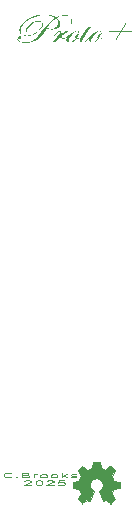
<source format=gbr>
%TF.GenerationSoftware,KiCad,Pcbnew,9.0.1*%
%TF.CreationDate,2025-05-07T00:25:03-04:00*%
%TF.ProjectId,protoplus,70726f74-6f70-46c7-9573-2e6b69636164,rev?*%
%TF.SameCoordinates,Original*%
%TF.FileFunction,Legend,Top*%
%TF.FilePolarity,Positive*%
%FSLAX46Y46*%
G04 Gerber Fmt 4.6, Leading zero omitted, Abs format (unit mm)*
G04 Created by KiCad (PCBNEW 9.0.1) date 2025-05-07 00:25:03*
%MOMM*%
%LPD*%
G01*
G04 APERTURE LIST*
%ADD10C,0.500000*%
%ADD11C,0.100000*%
%ADD12C,0.029494*%
%ADD13R,0.800000X1.524000*%
%ADD14C,1.524000*%
%ADD15R,0.600000X1.524000*%
%ADD16C,2.200000*%
G04 APERTURE END LIST*
D10*
G36*
X155327608Y-52294622D02*
G01*
X155320685Y-52386602D01*
X155298299Y-52493527D01*
X155262256Y-52585157D01*
X155237665Y-52602215D01*
X155217882Y-52596720D01*
X155211287Y-52580233D01*
X155215684Y-52563289D01*
X155256646Y-52441384D01*
X155270638Y-52307903D01*
X155252581Y-52171310D01*
X155201537Y-52059349D01*
X155118597Y-51966573D01*
X155008763Y-51896062D01*
X154877032Y-51852934D01*
X154717062Y-51837735D01*
X154496568Y-51855987D01*
X154267709Y-51912551D01*
X154026465Y-52012063D01*
X154165136Y-52123098D01*
X154257864Y-52236278D01*
X154311576Y-52353424D01*
X154329448Y-52477499D01*
X154316310Y-52584023D01*
X154277440Y-52682484D01*
X154211917Y-52775069D01*
X154116591Y-52863250D01*
X153965385Y-52954997D01*
X153801030Y-53009031D01*
X153618519Y-53027350D01*
X153505515Y-53018234D01*
X153377268Y-52988882D01*
X153270778Y-52944356D01*
X153247941Y-52912404D01*
X153270289Y-52897749D01*
X153306010Y-52908740D01*
X153434139Y-52954206D01*
X153559168Y-52968732D01*
X153703989Y-52950764D01*
X153834421Y-52896993D01*
X153955391Y-52802800D01*
X154046897Y-52685837D01*
X154102011Y-52555022D01*
X154120987Y-52406363D01*
X154102497Y-52279577D01*
X154047632Y-52163811D01*
X153953925Y-52055722D01*
X153758313Y-52200484D01*
X153553953Y-52402436D01*
X153339818Y-52673631D01*
X153115684Y-53027961D01*
X152942249Y-53308987D01*
X152795552Y-53506815D01*
X152672016Y-53639331D01*
X152528149Y-53754327D01*
X152342115Y-53867274D01*
X152106716Y-53977913D01*
X151813936Y-54080081D01*
X151560580Y-54135900D01*
X151339733Y-54153157D01*
X151159244Y-54140516D01*
X151007390Y-54104810D01*
X150878847Y-54047827D01*
X150773390Y-53968479D01*
X150714238Y-53881711D01*
X150694565Y-53783740D01*
X150710773Y-53700964D01*
X150758496Y-53631241D01*
X150830018Y-53582531D01*
X150911453Y-53566974D01*
X150984724Y-53580436D01*
X151026498Y-53617475D01*
X151042428Y-53686043D01*
X151031357Y-53741087D01*
X150998831Y-53786793D01*
X150949822Y-53818254D01*
X150890937Y-53828620D01*
X150827729Y-53817459D01*
X150793630Y-53787509D01*
X150782676Y-53732907D01*
X150780295Y-53701003D01*
X150763114Y-53714351D01*
X150753367Y-53785114D01*
X150770818Y-53869254D01*
X150823578Y-53944181D01*
X150918414Y-54013176D01*
X151033240Y-54062255D01*
X151170635Y-54093262D01*
X151335703Y-54104309D01*
X151551731Y-54087408D01*
X151756479Y-54037057D01*
X151953479Y-53951984D01*
X152145368Y-53828620D01*
X152295364Y-53704090D01*
X152417210Y-53581476D01*
X152953934Y-52918204D01*
X153176023Y-52661493D01*
X153442297Y-52396135D01*
X153718944Y-52158237D01*
X153914358Y-52024733D01*
X153753609Y-51936218D01*
X153551529Y-51868654D01*
X153299102Y-51824504D01*
X152985441Y-51808426D01*
X152702183Y-51822961D01*
X152435244Y-51865765D01*
X152182058Y-51936348D01*
X151940418Y-52035175D01*
X151708550Y-52163653D01*
X151485179Y-52324084D01*
X151277581Y-52510480D01*
X151130526Y-52680517D01*
X151033894Y-52836724D01*
X150979683Y-52981903D01*
X150962378Y-53119094D01*
X150979541Y-53238909D01*
X151028196Y-53336640D01*
X151108007Y-53417376D01*
X151212488Y-53477003D01*
X151342075Y-53514457D01*
X151503681Y-53527896D01*
X151697540Y-53510057D01*
X151900544Y-53454339D01*
X152117089Y-53355113D01*
X152351081Y-53203968D01*
X152524680Y-53060358D01*
X152647666Y-52927681D01*
X152728632Y-52804128D01*
X152774240Y-52687553D01*
X152788887Y-52575501D01*
X152775731Y-52485626D01*
X152740306Y-52421427D01*
X152684348Y-52376096D01*
X152603720Y-52346930D01*
X152489384Y-52335990D01*
X152348391Y-52350791D01*
X152195900Y-52397939D01*
X152027431Y-52484005D01*
X151838904Y-52618396D01*
X151672783Y-52772258D01*
X151566981Y-52909371D01*
X151509289Y-53033207D01*
X151491224Y-53147640D01*
X151503139Y-53203016D01*
X151538669Y-53249917D01*
X151590901Y-53282264D01*
X151649311Y-53292659D01*
X151681438Y-53298618D01*
X151689977Y-53312962D01*
X151681147Y-53325819D01*
X151645097Y-53331585D01*
X151581984Y-53323338D01*
X151525971Y-53298680D01*
X151474738Y-53255259D01*
X151423565Y-53172160D01*
X151405678Y-53068872D01*
X151425103Y-52942712D01*
X151485344Y-52815054D01*
X151592799Y-52682581D01*
X151757938Y-52542834D01*
X151944636Y-52425970D01*
X152125683Y-52347316D01*
X152303568Y-52301987D01*
X152481324Y-52287142D01*
X152619100Y-52299985D01*
X152715731Y-52334086D01*
X152782305Y-52386726D01*
X152824154Y-52460728D01*
X152839628Y-52563747D01*
X152824170Y-52687514D01*
X152776400Y-52814504D01*
X152692382Y-52947118D01*
X152565948Y-53087420D01*
X152389000Y-53237094D01*
X152148199Y-53394818D01*
X151922344Y-53498937D01*
X151707634Y-53557783D01*
X151499651Y-53576744D01*
X151315193Y-53559620D01*
X151164232Y-53511214D01*
X151039314Y-53432488D01*
X150945155Y-53328281D01*
X150887134Y-53201862D01*
X150866573Y-53046890D01*
X150882952Y-52895418D01*
X150932249Y-52747879D01*
X151016268Y-52602078D01*
X151138795Y-52456258D01*
X151305416Y-52309177D01*
X151523281Y-52160136D01*
X151795001Y-52014324D01*
X152074022Y-51902715D01*
X152362159Y-51823461D01*
X152661634Y-51775699D01*
X152975000Y-51759577D01*
X153277684Y-51774877D01*
X153544046Y-51818598D01*
X153779195Y-51888420D01*
X153987447Y-51983365D01*
X154181609Y-51894841D01*
X154365919Y-51834778D01*
X154542362Y-51800146D01*
X154713032Y-51788886D01*
X154890823Y-51805370D01*
X155037049Y-51852057D01*
X155158714Y-51928105D01*
X155251174Y-52028599D01*
X155307701Y-52148866D01*
X155327608Y-52294622D01*
G37*
G36*
X155007955Y-53537665D02*
G01*
X154991425Y-53561094D01*
X154883391Y-53661466D01*
X154770640Y-53745057D01*
X154673130Y-53788361D01*
X154585903Y-53801448D01*
X154514355Y-53791564D01*
X154466504Y-53764671D01*
X154436058Y-53719383D01*
X154424337Y-53647727D01*
X154443937Y-53542092D01*
X154337218Y-53628319D01*
X154249398Y-53716878D01*
X153968396Y-54094692D01*
X153837971Y-54087670D01*
X153702050Y-54095150D01*
X154044234Y-53636278D01*
X154211371Y-53397440D01*
X154280146Y-53273790D01*
X154295377Y-53218776D01*
X154284333Y-53186095D01*
X154254161Y-53176186D01*
X154188163Y-53197814D01*
X154064118Y-53294890D01*
X153842917Y-53536749D01*
X153821220Y-53557320D01*
X153804448Y-53562547D01*
X153791259Y-53546977D01*
X153800785Y-53530643D01*
X153837238Y-53488359D01*
X154070140Y-53253680D01*
X154200997Y-53158522D01*
X154270464Y-53137107D01*
X154344059Y-53148083D01*
X154394445Y-53178554D01*
X154427379Y-53231319D01*
X154440274Y-53316625D01*
X154425180Y-53401434D01*
X154372187Y-53513753D01*
X154266251Y-53662534D01*
X154370785Y-53564482D01*
X154464454Y-53493244D01*
X154553733Y-53352388D01*
X154659176Y-53239994D01*
X154742892Y-53177850D01*
X154812040Y-53146385D01*
X154870935Y-53137107D01*
X154923750Y-53150334D01*
X154940361Y-53187787D01*
X154920576Y-53236513D01*
X154840289Y-53310529D01*
X154652765Y-53423787D01*
X154517760Y-53493091D01*
X154494862Y-53508967D01*
X154473016Y-53582069D01*
X154466835Y-53634752D01*
X154483104Y-53716438D01*
X154523577Y-53757931D01*
X154590117Y-53772138D01*
X154684870Y-53753941D01*
X154796682Y-53690669D01*
X154933949Y-53561021D01*
X154989820Y-53522553D01*
X155007955Y-53537665D01*
G37*
G36*
X155817965Y-53147804D02*
G01*
X155871815Y-53176511D01*
X155905415Y-53223897D01*
X155918187Y-53297697D01*
X155895795Y-53423204D01*
X155820037Y-53576106D01*
X155673089Y-53765116D01*
X155709696Y-53777461D01*
X155756620Y-53781908D01*
X155847989Y-53766543D01*
X155968745Y-53711536D01*
X156079955Y-53633506D01*
X156167864Y-53541939D01*
X156205417Y-53516141D01*
X156219522Y-53527896D01*
X156200112Y-53562781D01*
X156096973Y-53659481D01*
X155967319Y-53750234D01*
X155857147Y-53797131D01*
X155760650Y-53811217D01*
X155698747Y-53806152D01*
X155649825Y-53792136D01*
X155496886Y-53951039D01*
X155363948Y-54047888D01*
X155246691Y-54098592D01*
X155139663Y-54114078D01*
X155060526Y-54104645D01*
X154989973Y-54076612D01*
X154925340Y-54027983D01*
X154876266Y-53967136D01*
X154873923Y-53961732D01*
X155014550Y-53961732D01*
X155030039Y-54026564D01*
X155071068Y-54061988D01*
X155143876Y-54075000D01*
X155240761Y-54060826D01*
X155348989Y-54014007D01*
X155473944Y-53923879D01*
X155620150Y-53775191D01*
X155576079Y-53718895D01*
X155562264Y-53661771D01*
X155581158Y-53578050D01*
X155643597Y-53485458D01*
X155730438Y-53414176D01*
X155803881Y-53394783D01*
X155834556Y-53401421D01*
X155850043Y-53420123D01*
X155868833Y-53369208D01*
X155875872Y-53300292D01*
X155858211Y-53222900D01*
X155812191Y-53181398D01*
X155732074Y-53166416D01*
X155652075Y-53179257D01*
X155554902Y-53223529D01*
X155433619Y-53312229D01*
X155281446Y-53463019D01*
X155152124Y-53622750D01*
X155070874Y-53756022D01*
X155027639Y-53867529D01*
X155014550Y-53961732D01*
X154873923Y-53961732D01*
X154846807Y-53899200D01*
X154836680Y-53822056D01*
X154858674Y-53700956D01*
X154927759Y-53577864D01*
X155053884Y-53448662D01*
X155253053Y-53310672D01*
X155456865Y-53205475D01*
X155614096Y-53152399D01*
X155736104Y-53137107D01*
X155817965Y-53147804D01*
G37*
G36*
X156982109Y-53137107D02*
G01*
X156960310Y-53176186D01*
X156691399Y-53176186D01*
X156236374Y-53819613D01*
X156170225Y-53931846D01*
X156153027Y-54003558D01*
X156163402Y-54043749D01*
X156191686Y-54066428D01*
X156243519Y-54075000D01*
X156318539Y-54057440D01*
X156433414Y-53988171D01*
X156608594Y-53831799D01*
X156867803Y-53541634D01*
X156897112Y-53522553D01*
X156910640Y-53526458D01*
X156915247Y-53538428D01*
X156893632Y-53567738D01*
X156805521Y-53668183D01*
X156581009Y-53904362D01*
X156419128Y-54036217D01*
X156303953Y-54097587D01*
X156220987Y-54114078D01*
X156130033Y-54099204D01*
X156055757Y-54054849D01*
X156006554Y-53988979D01*
X155989628Y-53906625D01*
X156013112Y-53799786D01*
X156098988Y-53648796D01*
X156438058Y-53176186D01*
X156229047Y-53176186D01*
X156256525Y-53137107D01*
X156461505Y-53137107D01*
X156701840Y-52804173D01*
X156821275Y-52818675D01*
X156952433Y-52802036D01*
X156714846Y-53137107D01*
X156982109Y-53137107D01*
G37*
G36*
X157725990Y-53147804D02*
G01*
X157779840Y-53176511D01*
X157813440Y-53223897D01*
X157826212Y-53297697D01*
X157803820Y-53423204D01*
X157728062Y-53576106D01*
X157581115Y-53765116D01*
X157617721Y-53777461D01*
X157664646Y-53781908D01*
X157756014Y-53766543D01*
X157876770Y-53711536D01*
X157987980Y-53633506D01*
X158075889Y-53541939D01*
X158113442Y-53516141D01*
X158127547Y-53527896D01*
X158108137Y-53562781D01*
X158004998Y-53659481D01*
X157875344Y-53750234D01*
X157765172Y-53797131D01*
X157668676Y-53811217D01*
X157606772Y-53806152D01*
X157557850Y-53792136D01*
X157404911Y-53951039D01*
X157271973Y-54047888D01*
X157154716Y-54098592D01*
X157047688Y-54114078D01*
X156968551Y-54104645D01*
X156897998Y-54076612D01*
X156833365Y-54027983D01*
X156784291Y-53967136D01*
X156781948Y-53961732D01*
X156922575Y-53961732D01*
X156938064Y-54026564D01*
X156979093Y-54061988D01*
X157051901Y-54075000D01*
X157148786Y-54060826D01*
X157257014Y-54014007D01*
X157381969Y-53923879D01*
X157528175Y-53775191D01*
X157484104Y-53718895D01*
X157470289Y-53661771D01*
X157489183Y-53578050D01*
X157551622Y-53485458D01*
X157638463Y-53414176D01*
X157711907Y-53394783D01*
X157742581Y-53401421D01*
X157758068Y-53420123D01*
X157776859Y-53369208D01*
X157783897Y-53300292D01*
X157766236Y-53222900D01*
X157720216Y-53181398D01*
X157640099Y-53166416D01*
X157560100Y-53179257D01*
X157462927Y-53223529D01*
X157341645Y-53312229D01*
X157189471Y-53463019D01*
X157060149Y-53622750D01*
X156978899Y-53756022D01*
X156935664Y-53867529D01*
X156922575Y-53961732D01*
X156781948Y-53961732D01*
X156754832Y-53899200D01*
X156744705Y-53822056D01*
X156766699Y-53700956D01*
X156835784Y-53577864D01*
X156961909Y-53448662D01*
X157161078Y-53310672D01*
X157364890Y-53205475D01*
X157522121Y-53152399D01*
X157644129Y-53137107D01*
X157725990Y-53147804D01*
G37*
G36*
X160413477Y-53167332D02*
G01*
X160387162Y-53190285D01*
X160282868Y-53201984D01*
X159485110Y-53201984D01*
X159142376Y-53813354D01*
X159096732Y-53876255D01*
X159069469Y-53889375D01*
X159054448Y-53885559D01*
X159033937Y-53861754D01*
X159055914Y-53795341D01*
X159392236Y-53201984D01*
X158553079Y-53201984D01*
X158494792Y-53191039D01*
X158485851Y-53165500D01*
X158512539Y-53141193D01*
X158616460Y-53129016D01*
X159430521Y-53129016D01*
X159769225Y-52523142D01*
X159824337Y-52451450D01*
X159856420Y-52443763D01*
X159880258Y-52468055D01*
X159859717Y-52534285D01*
X159523578Y-53129016D01*
X160338189Y-53129016D01*
X160403170Y-53140693D01*
X160413477Y-53167332D01*
G37*
D11*
X150171666Y-90904763D02*
X150124047Y-90923811D01*
X150124047Y-90923811D02*
X149981190Y-90942858D01*
X149981190Y-90942858D02*
X149885952Y-90942858D01*
X149885952Y-90942858D02*
X149743095Y-90923811D01*
X149743095Y-90923811D02*
X149647857Y-90885715D01*
X149647857Y-90885715D02*
X149600238Y-90847620D01*
X149600238Y-90847620D02*
X149552619Y-90771430D01*
X149552619Y-90771430D02*
X149552619Y-90714287D01*
X149552619Y-90714287D02*
X149600238Y-90638096D01*
X149600238Y-90638096D02*
X149647857Y-90600001D01*
X149647857Y-90600001D02*
X149743095Y-90561906D01*
X149743095Y-90561906D02*
X149885952Y-90542858D01*
X149885952Y-90542858D02*
X149981190Y-90542858D01*
X149981190Y-90542858D02*
X150124047Y-90561906D01*
X150124047Y-90561906D02*
X150171666Y-90580953D01*
X150600238Y-90904763D02*
X150647857Y-90923811D01*
X150647857Y-90923811D02*
X150600238Y-90942858D01*
X150600238Y-90942858D02*
X150552619Y-90923811D01*
X150552619Y-90923811D02*
X150600238Y-90904763D01*
X150600238Y-90904763D02*
X150600238Y-90942858D01*
X151409761Y-90733334D02*
X151552618Y-90752382D01*
X151552618Y-90752382D02*
X151600237Y-90771430D01*
X151600237Y-90771430D02*
X151647856Y-90809525D01*
X151647856Y-90809525D02*
X151647856Y-90866668D01*
X151647856Y-90866668D02*
X151600237Y-90904763D01*
X151600237Y-90904763D02*
X151552618Y-90923811D01*
X151552618Y-90923811D02*
X151457380Y-90942858D01*
X151457380Y-90942858D02*
X151076428Y-90942858D01*
X151076428Y-90942858D02*
X151076428Y-90542858D01*
X151076428Y-90542858D02*
X151409761Y-90542858D01*
X151409761Y-90542858D02*
X151504999Y-90561906D01*
X151504999Y-90561906D02*
X151552618Y-90580953D01*
X151552618Y-90580953D02*
X151600237Y-90619049D01*
X151600237Y-90619049D02*
X151600237Y-90657144D01*
X151600237Y-90657144D02*
X151552618Y-90695239D01*
X151552618Y-90695239D02*
X151504999Y-90714287D01*
X151504999Y-90714287D02*
X151409761Y-90733334D01*
X151409761Y-90733334D02*
X151076428Y-90733334D01*
X152076428Y-90942858D02*
X152076428Y-90676191D01*
X152076428Y-90752382D02*
X152124047Y-90714287D01*
X152124047Y-90714287D02*
X152171666Y-90695239D01*
X152171666Y-90695239D02*
X152266904Y-90676191D01*
X152266904Y-90676191D02*
X152362142Y-90676191D01*
X152838333Y-90942858D02*
X152743095Y-90923811D01*
X152743095Y-90923811D02*
X152695476Y-90904763D01*
X152695476Y-90904763D02*
X152647857Y-90866668D01*
X152647857Y-90866668D02*
X152647857Y-90752382D01*
X152647857Y-90752382D02*
X152695476Y-90714287D01*
X152695476Y-90714287D02*
X152743095Y-90695239D01*
X152743095Y-90695239D02*
X152838333Y-90676191D01*
X152838333Y-90676191D02*
X152981190Y-90676191D01*
X152981190Y-90676191D02*
X153076428Y-90695239D01*
X153076428Y-90695239D02*
X153124047Y-90714287D01*
X153124047Y-90714287D02*
X153171666Y-90752382D01*
X153171666Y-90752382D02*
X153171666Y-90866668D01*
X153171666Y-90866668D02*
X153124047Y-90904763D01*
X153124047Y-90904763D02*
X153076428Y-90923811D01*
X153076428Y-90923811D02*
X152981190Y-90942858D01*
X152981190Y-90942858D02*
X152838333Y-90942858D01*
X153743095Y-90942858D02*
X153647857Y-90923811D01*
X153647857Y-90923811D02*
X153600238Y-90904763D01*
X153600238Y-90904763D02*
X153552619Y-90866668D01*
X153552619Y-90866668D02*
X153552619Y-90752382D01*
X153552619Y-90752382D02*
X153600238Y-90714287D01*
X153600238Y-90714287D02*
X153647857Y-90695239D01*
X153647857Y-90695239D02*
X153743095Y-90676191D01*
X153743095Y-90676191D02*
X153885952Y-90676191D01*
X153885952Y-90676191D02*
X153981190Y-90695239D01*
X153981190Y-90695239D02*
X154028809Y-90714287D01*
X154028809Y-90714287D02*
X154076428Y-90752382D01*
X154076428Y-90752382D02*
X154076428Y-90866668D01*
X154076428Y-90866668D02*
X154028809Y-90904763D01*
X154028809Y-90904763D02*
X153981190Y-90923811D01*
X153981190Y-90923811D02*
X153885952Y-90942858D01*
X153885952Y-90942858D02*
X153743095Y-90942858D01*
X154505000Y-90942858D02*
X154505000Y-90542858D01*
X154600238Y-90790477D02*
X154885952Y-90942858D01*
X154885952Y-90676191D02*
X154505000Y-90828572D01*
X155266905Y-90923811D02*
X155362143Y-90942858D01*
X155362143Y-90942858D02*
X155552619Y-90942858D01*
X155552619Y-90942858D02*
X155647857Y-90923811D01*
X155647857Y-90923811D02*
X155695476Y-90885715D01*
X155695476Y-90885715D02*
X155695476Y-90866668D01*
X155695476Y-90866668D02*
X155647857Y-90828572D01*
X155647857Y-90828572D02*
X155552619Y-90809525D01*
X155552619Y-90809525D02*
X155409762Y-90809525D01*
X155409762Y-90809525D02*
X155314524Y-90790477D01*
X155314524Y-90790477D02*
X155266905Y-90752382D01*
X155266905Y-90752382D02*
X155266905Y-90733334D01*
X155266905Y-90733334D02*
X155314524Y-90695239D01*
X155314524Y-90695239D02*
X155409762Y-90676191D01*
X155409762Y-90676191D02*
X155552619Y-90676191D01*
X155552619Y-90676191D02*
X155647857Y-90695239D01*
X151290714Y-91224931D02*
X151338333Y-91205884D01*
X151338333Y-91205884D02*
X151433571Y-91186836D01*
X151433571Y-91186836D02*
X151671666Y-91186836D01*
X151671666Y-91186836D02*
X151766904Y-91205884D01*
X151766904Y-91205884D02*
X151814523Y-91224931D01*
X151814523Y-91224931D02*
X151862142Y-91263027D01*
X151862142Y-91263027D02*
X151862142Y-91301122D01*
X151862142Y-91301122D02*
X151814523Y-91358265D01*
X151814523Y-91358265D02*
X151243095Y-91586836D01*
X151243095Y-91586836D02*
X151862142Y-91586836D01*
X152481190Y-91186836D02*
X152576428Y-91186836D01*
X152576428Y-91186836D02*
X152671666Y-91205884D01*
X152671666Y-91205884D02*
X152719285Y-91224931D01*
X152719285Y-91224931D02*
X152766904Y-91263027D01*
X152766904Y-91263027D02*
X152814523Y-91339217D01*
X152814523Y-91339217D02*
X152814523Y-91434455D01*
X152814523Y-91434455D02*
X152766904Y-91510646D01*
X152766904Y-91510646D02*
X152719285Y-91548741D01*
X152719285Y-91548741D02*
X152671666Y-91567789D01*
X152671666Y-91567789D02*
X152576428Y-91586836D01*
X152576428Y-91586836D02*
X152481190Y-91586836D01*
X152481190Y-91586836D02*
X152385952Y-91567789D01*
X152385952Y-91567789D02*
X152338333Y-91548741D01*
X152338333Y-91548741D02*
X152290714Y-91510646D01*
X152290714Y-91510646D02*
X152243095Y-91434455D01*
X152243095Y-91434455D02*
X152243095Y-91339217D01*
X152243095Y-91339217D02*
X152290714Y-91263027D01*
X152290714Y-91263027D02*
X152338333Y-91224931D01*
X152338333Y-91224931D02*
X152385952Y-91205884D01*
X152385952Y-91205884D02*
X152481190Y-91186836D01*
X153195476Y-91224931D02*
X153243095Y-91205884D01*
X153243095Y-91205884D02*
X153338333Y-91186836D01*
X153338333Y-91186836D02*
X153576428Y-91186836D01*
X153576428Y-91186836D02*
X153671666Y-91205884D01*
X153671666Y-91205884D02*
X153719285Y-91224931D01*
X153719285Y-91224931D02*
X153766904Y-91263027D01*
X153766904Y-91263027D02*
X153766904Y-91301122D01*
X153766904Y-91301122D02*
X153719285Y-91358265D01*
X153719285Y-91358265D02*
X153147857Y-91586836D01*
X153147857Y-91586836D02*
X153766904Y-91586836D01*
X154671666Y-91186836D02*
X154195476Y-91186836D01*
X154195476Y-91186836D02*
X154147857Y-91377312D01*
X154147857Y-91377312D02*
X154195476Y-91358265D01*
X154195476Y-91358265D02*
X154290714Y-91339217D01*
X154290714Y-91339217D02*
X154528809Y-91339217D01*
X154528809Y-91339217D02*
X154624047Y-91358265D01*
X154624047Y-91358265D02*
X154671666Y-91377312D01*
X154671666Y-91377312D02*
X154719285Y-91415408D01*
X154719285Y-91415408D02*
X154719285Y-91510646D01*
X154719285Y-91510646D02*
X154671666Y-91548741D01*
X154671666Y-91548741D02*
X154624047Y-91567789D01*
X154624047Y-91567789D02*
X154528809Y-91586836D01*
X154528809Y-91586836D02*
X154290714Y-91586836D01*
X154290714Y-91586836D02*
X154195476Y-91567789D01*
X154195476Y-91567789D02*
X154147857Y-91548741D01*
D12*
%TO.C,Ref\u002A\u002A*%
X157625678Y-89597831D02*
X157626801Y-89597914D01*
X157627918Y-89598052D01*
X157629028Y-89598242D01*
X157630129Y-89598483D01*
X157631220Y-89598774D01*
X157632298Y-89599113D01*
X157633362Y-89599499D01*
X157634411Y-89599931D01*
X157635443Y-89600407D01*
X157636456Y-89600927D01*
X157637448Y-89601487D01*
X157638418Y-89602088D01*
X157639364Y-89602728D01*
X157640285Y-89603405D01*
X157641178Y-89604118D01*
X157642043Y-89604866D01*
X157642877Y-89605647D01*
X157643679Y-89606460D01*
X157644447Y-89607303D01*
X157645180Y-89608176D01*
X157645875Y-89609076D01*
X157646531Y-89610003D01*
X157647148Y-89610955D01*
X157647721Y-89611930D01*
X157648251Y-89612928D01*
X157648736Y-89613946D01*
X157649173Y-89614984D01*
X157649562Y-89616041D01*
X157649900Y-89617114D01*
X157650186Y-89618202D01*
X157650418Y-89619304D01*
X157743767Y-90120793D01*
X157744003Y-90121904D01*
X157744289Y-90123019D01*
X157745007Y-90125253D01*
X157745908Y-90127479D01*
X157746979Y-90129685D01*
X157748208Y-90131854D01*
X157749582Y-90133972D01*
X157751088Y-90136025D01*
X157752715Y-90137999D01*
X157754449Y-90139878D01*
X157756278Y-90141648D01*
X157758190Y-90143294D01*
X157760171Y-90144803D01*
X157762209Y-90146159D01*
X157764292Y-90147348D01*
X157765347Y-90147875D01*
X157766407Y-90148355D01*
X157767473Y-90148786D01*
X157768542Y-90149166D01*
X158104657Y-90286756D01*
X158106745Y-90287675D01*
X158108960Y-90288443D01*
X158111281Y-90289060D01*
X158113690Y-90289529D01*
X158116167Y-90289851D01*
X158118692Y-90290027D01*
X158121246Y-90290057D01*
X158123810Y-90289945D01*
X158126363Y-90289690D01*
X158128887Y-90289295D01*
X158131363Y-90288760D01*
X158133769Y-90288087D01*
X158136088Y-90287277D01*
X158138299Y-90286332D01*
X158140383Y-90285253D01*
X158142321Y-90284042D01*
X158561285Y-89996533D01*
X158562229Y-89995918D01*
X158563201Y-89995351D01*
X158564198Y-89994832D01*
X158565219Y-89994360D01*
X158566262Y-89993936D01*
X158567324Y-89993558D01*
X158568403Y-89993228D01*
X158569498Y-89992944D01*
X158570605Y-89992707D01*
X158571724Y-89992515D01*
X158573984Y-89992271D01*
X158576263Y-89992210D01*
X158578543Y-89992330D01*
X158580806Y-89992630D01*
X158583036Y-89993108D01*
X158585215Y-89993762D01*
X158586281Y-89994155D01*
X158587327Y-89994592D01*
X158588353Y-89995072D01*
X158589355Y-89995595D01*
X158590332Y-89996161D01*
X158591281Y-89996770D01*
X158592201Y-89997422D01*
X158593089Y-89998116D01*
X158593943Y-89998852D01*
X158594760Y-89999630D01*
X158947598Y-90352468D01*
X158948376Y-90353286D01*
X158949111Y-90354140D01*
X158949804Y-90355028D01*
X158950455Y-90355948D01*
X158951062Y-90356898D01*
X158951627Y-90357876D01*
X158952627Y-90359905D01*
X158953452Y-90362020D01*
X158954103Y-90364202D01*
X158954577Y-90366434D01*
X158954874Y-90368700D01*
X158954992Y-90370983D01*
X158954929Y-90373264D01*
X158954685Y-90375527D01*
X158954258Y-90377755D01*
X158953646Y-90379931D01*
X158953271Y-90380994D01*
X158952849Y-90382037D01*
X158952381Y-90383059D01*
X158951866Y-90384057D01*
X158951304Y-90385029D01*
X158950694Y-90385973D01*
X158668200Y-90797710D01*
X158666984Y-90799656D01*
X158665905Y-90801744D01*
X158664964Y-90803954D01*
X158664163Y-90806268D01*
X158663501Y-90808666D01*
X158662982Y-90811129D01*
X158662605Y-90813639D01*
X158662373Y-90816177D01*
X158662285Y-90818724D01*
X158662344Y-90821260D01*
X158662550Y-90823766D01*
X158662906Y-90826225D01*
X158663411Y-90828616D01*
X158664067Y-90830921D01*
X158664876Y-90833121D01*
X158665838Y-90835197D01*
X158814459Y-91181930D01*
X158815308Y-91184059D01*
X158816352Y-91186168D01*
X158817575Y-91188246D01*
X158818964Y-91190279D01*
X158820503Y-91192255D01*
X158822178Y-91194161D01*
X158823974Y-91195984D01*
X158825877Y-91197713D01*
X158827871Y-91199334D01*
X158829942Y-91200835D01*
X158832075Y-91202204D01*
X158834255Y-91203427D01*
X158836468Y-91204492D01*
X158838699Y-91205387D01*
X158840934Y-91206100D01*
X158843156Y-91206616D01*
X159328011Y-91296780D01*
X159328010Y-91296780D01*
X159329110Y-91297017D01*
X159330195Y-91297308D01*
X159331266Y-91297650D01*
X159332320Y-91298043D01*
X159333356Y-91298484D01*
X159334372Y-91298971D01*
X159335368Y-91299504D01*
X159336342Y-91300080D01*
X159338217Y-91301357D01*
X159339987Y-91302787D01*
X159341640Y-91304359D01*
X159343166Y-91306060D01*
X159344554Y-91307875D01*
X159345791Y-91309792D01*
X159346868Y-91311799D01*
X159347343Y-91312831D01*
X159347773Y-91313881D01*
X159348158Y-91314946D01*
X159348496Y-91316025D01*
X159348784Y-91317117D01*
X159349023Y-91318220D01*
X159349211Y-91319332D01*
X159349346Y-91320451D01*
X159349427Y-91321576D01*
X159349453Y-91322705D01*
X159349393Y-91821716D01*
X159349365Y-91822843D01*
X159349282Y-91823967D01*
X159349144Y-91825085D01*
X159348953Y-91826196D01*
X159348712Y-91827298D01*
X159348420Y-91828390D01*
X159348080Y-91829470D01*
X159347693Y-91830536D01*
X159347260Y-91831587D01*
X159346783Y-91832621D01*
X159346263Y-91833636D01*
X159345701Y-91834631D01*
X159345099Y-91835603D01*
X159344459Y-91836551D01*
X159343781Y-91837474D01*
X159343067Y-91838370D01*
X159342319Y-91839236D01*
X159341537Y-91840072D01*
X159340724Y-91840876D01*
X159339880Y-91841646D01*
X159339008Y-91842379D01*
X159338107Y-91843076D01*
X159337181Y-91843733D01*
X159336229Y-91844350D01*
X159335255Y-91844924D01*
X159334258Y-91845454D01*
X159333241Y-91845938D01*
X159332204Y-91846375D01*
X159331149Y-91846762D01*
X159330078Y-91847099D01*
X159328992Y-91847383D01*
X159327893Y-91847612D01*
X158854955Y-91935623D01*
X158853842Y-91935851D01*
X158852726Y-91936131D01*
X158851609Y-91936460D01*
X158850494Y-91936839D01*
X158848274Y-91937734D01*
X158846080Y-91938802D01*
X158843925Y-91940033D01*
X158841825Y-91941411D01*
X158839793Y-91942924D01*
X158837843Y-91944559D01*
X158835990Y-91946304D01*
X158834247Y-91948145D01*
X158832629Y-91950069D01*
X158831150Y-91952064D01*
X158829824Y-91954116D01*
X158828665Y-91956212D01*
X158827688Y-91958340D01*
X158827271Y-91959411D01*
X158826906Y-91960486D01*
X158679259Y-92329309D01*
X158678345Y-92331407D01*
X158677584Y-92333629D01*
X158676973Y-92335955D01*
X158676510Y-92338367D01*
X158676195Y-92340845D01*
X158676027Y-92343370D01*
X158676002Y-92345923D01*
X158676121Y-92348484D01*
X158676381Y-92351035D01*
X158676780Y-92353555D01*
X158677318Y-92356027D01*
X158677993Y-92358430D01*
X158678803Y-92360745D01*
X158679748Y-92362954D01*
X158680824Y-92365036D01*
X158682031Y-92366973D01*
X158950692Y-92758449D01*
X158951307Y-92759393D01*
X158951874Y-92760365D01*
X158952394Y-92761363D01*
X158952865Y-92762385D01*
X158953290Y-92763429D01*
X158953668Y-92764493D01*
X158953998Y-92765574D01*
X158954282Y-92766670D01*
X158954520Y-92767780D01*
X158954711Y-92768901D01*
X158954955Y-92771166D01*
X158955016Y-92773450D01*
X158954896Y-92775736D01*
X158954597Y-92778004D01*
X158954119Y-92780240D01*
X158953464Y-92782424D01*
X158953071Y-92783492D01*
X158952634Y-92784541D01*
X158952154Y-92785568D01*
X158951631Y-92786572D01*
X158951065Y-92787551D01*
X158950456Y-92788501D01*
X158949805Y-92789422D01*
X158949111Y-92790311D01*
X158948374Y-92791165D01*
X158947596Y-92791983D01*
X158594699Y-93144821D01*
X158593886Y-93145594D01*
X158593037Y-93146325D01*
X158592153Y-93147015D01*
X158591237Y-93147662D01*
X158590290Y-93148267D01*
X158589316Y-93148829D01*
X158587291Y-93149826D01*
X158585180Y-93150651D01*
X158583000Y-93151302D01*
X158580769Y-93151777D01*
X158578503Y-93152076D01*
X158576221Y-93152197D01*
X158573939Y-93152137D01*
X158571674Y-93151896D01*
X158569445Y-93151472D01*
X158567268Y-93150864D01*
X158566204Y-93150490D01*
X158565160Y-93150070D01*
X158564138Y-93149602D01*
X158563140Y-93149088D01*
X158562168Y-93148526D01*
X158561224Y-93147917D01*
X158176650Y-92883974D01*
X158174717Y-92882770D01*
X158172646Y-92881715D01*
X158170457Y-92880807D01*
X158168169Y-92880049D01*
X158165799Y-92879441D01*
X158163368Y-92878982D01*
X158160893Y-92878673D01*
X158158393Y-92878514D01*
X158155889Y-92878506D01*
X158153397Y-92878649D01*
X158150938Y-92878944D01*
X158148529Y-92879391D01*
X158146191Y-92879990D01*
X158143941Y-92880741D01*
X158141799Y-92881645D01*
X158139783Y-92882703D01*
X157970192Y-92973250D01*
X157969178Y-92973732D01*
X157968155Y-92974156D01*
X157967126Y-92974522D01*
X157966092Y-92974831D01*
X157965055Y-92975084D01*
X157964016Y-92975281D01*
X157962978Y-92975424D01*
X157961942Y-92975511D01*
X157960910Y-92975546D01*
X157959884Y-92975527D01*
X157958865Y-92975455D01*
X157957855Y-92975332D01*
X157956857Y-92975157D01*
X157955871Y-92974932D01*
X157954899Y-92974658D01*
X157953944Y-92974334D01*
X157953007Y-92973961D01*
X157952090Y-92973541D01*
X157951194Y-92973073D01*
X157950322Y-92972558D01*
X157949475Y-92971998D01*
X157948655Y-92971392D01*
X157947863Y-92970742D01*
X157947102Y-92970048D01*
X157946373Y-92969310D01*
X157945678Y-92968529D01*
X157945019Y-92967707D01*
X157944397Y-92966843D01*
X157943814Y-92965938D01*
X157943273Y-92964993D01*
X157942774Y-92964009D01*
X157942320Y-92962985D01*
X157592667Y-92118039D01*
X157592263Y-92116987D01*
X157591912Y-92115920D01*
X157591614Y-92114839D01*
X157591369Y-92113746D01*
X157591175Y-92112643D01*
X157591031Y-92111532D01*
X157590938Y-92110416D01*
X157590895Y-92109295D01*
X157590900Y-92108172D01*
X157590953Y-92107050D01*
X157591054Y-92105930D01*
X157591202Y-92104813D01*
X157591396Y-92103703D01*
X157591635Y-92102601D01*
X157591919Y-92101510D01*
X157592247Y-92100430D01*
X157592618Y-92099365D01*
X157593032Y-92098315D01*
X157593488Y-92097284D01*
X157593986Y-92096273D01*
X157594524Y-92095285D01*
X157595102Y-92094320D01*
X157595719Y-92093382D01*
X157596375Y-92092472D01*
X157597069Y-92091592D01*
X157597800Y-92090745D01*
X157598568Y-92089932D01*
X157599371Y-92089155D01*
X157600210Y-92088416D01*
X157601083Y-92087718D01*
X157601991Y-92087062D01*
X157602931Y-92086450D01*
X157645373Y-92060466D01*
X157648428Y-92058520D01*
X157651689Y-92056300D01*
X157655096Y-92053853D01*
X157658586Y-92051227D01*
X157662099Y-92048471D01*
X157665572Y-92045634D01*
X157668944Y-92042764D01*
X157672154Y-92039909D01*
X157700250Y-92020678D01*
X157727063Y-91999797D01*
X157752522Y-91977341D01*
X157776551Y-91953380D01*
X157799079Y-91927989D01*
X157820032Y-91901240D01*
X157839336Y-91873205D01*
X157856920Y-91843957D01*
X157872709Y-91813570D01*
X157886630Y-91782115D01*
X157898610Y-91749666D01*
X157908576Y-91716296D01*
X157916455Y-91682076D01*
X157922173Y-91647081D01*
X157925658Y-91611382D01*
X157926836Y-91575052D01*
X157926117Y-91546653D01*
X157923986Y-91518626D01*
X157920477Y-91491008D01*
X157915624Y-91463831D01*
X157909462Y-91437131D01*
X157902026Y-91410943D01*
X157893350Y-91385301D01*
X157883469Y-91360240D01*
X157872417Y-91335794D01*
X157860231Y-91311999D01*
X157846943Y-91288888D01*
X157832589Y-91266498D01*
X157817204Y-91244861D01*
X157800821Y-91224013D01*
X157783476Y-91203989D01*
X157765204Y-91184824D01*
X157746039Y-91166551D01*
X157726016Y-91149206D01*
X157705169Y-91132823D01*
X157683534Y-91117437D01*
X157661144Y-91103082D01*
X157638035Y-91089794D01*
X157614241Y-91077607D01*
X157589797Y-91066556D01*
X157564737Y-91056675D01*
X157539097Y-91047999D01*
X157512911Y-91040562D01*
X157486213Y-91034400D01*
X157459038Y-91029547D01*
X157431422Y-91026038D01*
X157403398Y-91023907D01*
X157375001Y-91023189D01*
X157346604Y-91023907D01*
X157318580Y-91026038D01*
X157290963Y-91029547D01*
X157263788Y-91034400D01*
X157237089Y-91040562D01*
X157210902Y-91047999D01*
X157185261Y-91056675D01*
X157160200Y-91066556D01*
X157135755Y-91077607D01*
X157111960Y-91089794D01*
X157088850Y-91103082D01*
X157066459Y-91117437D01*
X157044822Y-91132823D01*
X157023974Y-91149205D01*
X157003949Y-91166551D01*
X156984783Y-91184823D01*
X156966509Y-91203989D01*
X156949163Y-91224013D01*
X156932779Y-91244861D01*
X156917393Y-91266497D01*
X156903037Y-91288888D01*
X156889748Y-91311999D01*
X156877561Y-91335794D01*
X156866508Y-91360239D01*
X156856626Y-91385301D01*
X156847950Y-91410943D01*
X156840512Y-91437131D01*
X156834350Y-91463831D01*
X156829496Y-91491007D01*
X156825986Y-91518626D01*
X156823855Y-91546653D01*
X156823137Y-91575052D01*
X156823433Y-91593291D01*
X156824315Y-91611382D01*
X156825774Y-91629315D01*
X156827801Y-91647081D01*
X156830386Y-91664671D01*
X156833520Y-91682076D01*
X156837195Y-91699288D01*
X156841401Y-91716296D01*
X156846128Y-91733092D01*
X156851368Y-91749666D01*
X156857112Y-91766011D01*
X156863350Y-91782115D01*
X156870074Y-91797971D01*
X156877273Y-91813570D01*
X156893063Y-91843957D01*
X156910648Y-91873205D01*
X156929953Y-91901240D01*
X156950906Y-91927989D01*
X156973433Y-91953380D01*
X156997461Y-91977341D01*
X157022917Y-91999797D01*
X157049727Y-92020678D01*
X157077818Y-92039909D01*
X157081046Y-92042764D01*
X157084430Y-92045634D01*
X157087909Y-92048471D01*
X157091426Y-92051227D01*
X157094918Y-92053853D01*
X157098328Y-92056300D01*
X157101594Y-92058521D01*
X157104658Y-92060466D01*
X157147100Y-92086450D01*
X157148045Y-92087062D01*
X157148957Y-92087718D01*
X157149835Y-92088416D01*
X157150678Y-92089155D01*
X157151484Y-92089932D01*
X157152255Y-92090745D01*
X157153685Y-92092473D01*
X157154961Y-92094321D01*
X157156079Y-92096274D01*
X157157033Y-92098316D01*
X157157817Y-92100430D01*
X157158427Y-92102602D01*
X157158857Y-92104814D01*
X157159102Y-92107050D01*
X157159157Y-92109295D01*
X157159016Y-92111533D01*
X157158870Y-92112644D01*
X157158673Y-92113746D01*
X157158425Y-92114839D01*
X157158124Y-92115920D01*
X157157771Y-92116987D01*
X157157364Y-92118039D01*
X156807681Y-92962955D01*
X156807227Y-92963978D01*
X156806728Y-92964963D01*
X156806186Y-92965908D01*
X156805603Y-92966813D01*
X156804981Y-92967678D01*
X156804321Y-92968501D01*
X156803625Y-92969282D01*
X156802895Y-92970021D01*
X156802133Y-92970716D01*
X156801341Y-92971367D01*
X156800520Y-92971974D01*
X156799672Y-92972536D01*
X156798799Y-92973051D01*
X156797902Y-92973520D01*
X156796984Y-92973941D01*
X156796046Y-92974315D01*
X156795091Y-92974639D01*
X156794119Y-92974915D01*
X156793132Y-92975140D01*
X156792133Y-92975315D01*
X156791124Y-92975439D01*
X156790105Y-92975510D01*
X156789079Y-92975529D01*
X156788047Y-92975495D01*
X156787012Y-92975406D01*
X156785974Y-92975263D01*
X156784937Y-92975065D01*
X156783901Y-92974810D01*
X156782869Y-92974499D01*
X156781842Y-92974131D01*
X156780821Y-92973704D01*
X156779810Y-92973219D01*
X156610219Y-92882673D01*
X156608208Y-92881617D01*
X156606069Y-92880714D01*
X156603822Y-92879965D01*
X156601485Y-92879368D01*
X156599077Y-92878924D01*
X156596618Y-92878631D01*
X156594126Y-92878489D01*
X156591620Y-92878498D01*
X156589119Y-92878658D01*
X156586642Y-92878967D01*
X156584209Y-92879426D01*
X156581837Y-92880034D01*
X156579547Y-92880790D01*
X156577356Y-92881694D01*
X156575285Y-92882745D01*
X156573352Y-92883944D01*
X156188807Y-93147887D01*
X156187861Y-93148496D01*
X156186886Y-93149058D01*
X156185886Y-93149573D01*
X156184862Y-93150040D01*
X156183817Y-93150461D01*
X156182752Y-93150835D01*
X156181671Y-93151162D01*
X156180574Y-93151443D01*
X156179464Y-93151678D01*
X156178343Y-93151867D01*
X156176078Y-93152108D01*
X156173796Y-93152167D01*
X156171513Y-93152046D01*
X156169247Y-93151747D01*
X156167016Y-93151271D01*
X156164835Y-93150620D01*
X156163770Y-93150230D01*
X156162723Y-93149796D01*
X156161698Y-93149319D01*
X156160697Y-93148799D01*
X156159721Y-93148236D01*
X156158773Y-93147631D01*
X156157855Y-93146984D01*
X156156969Y-93146295D01*
X156156118Y-93145564D01*
X156155303Y-93144791D01*
X155802406Y-92791953D01*
X155801630Y-92791135D01*
X155800897Y-92790280D01*
X155800205Y-92789392D01*
X155799556Y-92788471D01*
X155798949Y-92787521D01*
X155798385Y-92786542D01*
X155797385Y-92784511D01*
X155796558Y-92782394D01*
X155795905Y-92780210D01*
X155795428Y-92777974D01*
X155795128Y-92775706D01*
X155795008Y-92773421D01*
X155795068Y-92771137D01*
X155795311Y-92768871D01*
X155795737Y-92766640D01*
X155796348Y-92764463D01*
X155796724Y-92763399D01*
X155797146Y-92762355D01*
X155797616Y-92761333D01*
X155798133Y-92760335D01*
X155798697Y-92759362D01*
X155799309Y-92758419D01*
X156067941Y-92366943D01*
X156069158Y-92365006D01*
X156070243Y-92362923D01*
X156071193Y-92360715D01*
X156072009Y-92358399D01*
X156072687Y-92355996D01*
X156073227Y-92353525D01*
X156073628Y-92351004D01*
X156073888Y-92348454D01*
X156074007Y-92345893D01*
X156073981Y-92343340D01*
X156073811Y-92340815D01*
X156073495Y-92338337D01*
X156073032Y-92335925D01*
X156072420Y-92333599D01*
X156071657Y-92331377D01*
X156070744Y-92329279D01*
X155923096Y-91960456D01*
X155922732Y-91959381D01*
X155922317Y-91958309D01*
X155921341Y-91956182D01*
X155920182Y-91954085D01*
X155918853Y-91952033D01*
X155917371Y-91950039D01*
X155915749Y-91948115D01*
X155914001Y-91946274D01*
X155912142Y-91944529D01*
X155910187Y-91942893D01*
X155908150Y-91941380D01*
X155906046Y-91940002D01*
X155903888Y-91938772D01*
X155901692Y-91937703D01*
X155899472Y-91936808D01*
X155897242Y-91936100D01*
X155896128Y-91935820D01*
X155895017Y-91935592D01*
X155422079Y-91847582D01*
X155420977Y-91847352D01*
X155419889Y-91847068D01*
X155418816Y-91846732D01*
X155417759Y-91846344D01*
X155416721Y-91845908D01*
X155415703Y-91845424D01*
X155414705Y-91844894D01*
X155413730Y-91844319D01*
X155412778Y-91843703D01*
X155411851Y-91843045D01*
X155410078Y-91841615D01*
X155408422Y-91840042D01*
X155406893Y-91838339D01*
X155405503Y-91836520D01*
X155404262Y-91834600D01*
X155403182Y-91832590D01*
X155402274Y-91830506D01*
X155401888Y-91829439D01*
X155401549Y-91828359D01*
X155401258Y-91827267D01*
X155401017Y-91826165D01*
X155400827Y-91825054D01*
X155400689Y-91823936D01*
X155400606Y-91822812D01*
X155400578Y-91821686D01*
X155400548Y-91322675D01*
X155400576Y-91321549D01*
X155400659Y-91320426D01*
X155400796Y-91319309D01*
X155400986Y-91318199D01*
X155401226Y-91317099D01*
X155401516Y-91316009D01*
X155401855Y-91314931D01*
X155402241Y-91313868D01*
X155402672Y-91312819D01*
X155403147Y-91311788D01*
X155403665Y-91310776D01*
X155404225Y-91309784D01*
X155404825Y-91308815D01*
X155405464Y-91307869D01*
X155406140Y-91306949D01*
X155406853Y-91306055D01*
X155407600Y-91305190D01*
X155408380Y-91304356D01*
X155409193Y-91303554D01*
X155410036Y-91302785D01*
X155410908Y-91302051D01*
X155411809Y-91301355D01*
X155412736Y-91300697D01*
X155413688Y-91300079D01*
X155414664Y-91299503D01*
X155415662Y-91298970D01*
X155416682Y-91298483D01*
X155417722Y-91298042D01*
X155418779Y-91297650D01*
X155419854Y-91297307D01*
X155420945Y-91297017D01*
X155422050Y-91296779D01*
X155906873Y-91206616D01*
X155907988Y-91206383D01*
X155909106Y-91206099D01*
X155911349Y-91205387D01*
X155913586Y-91204492D01*
X155915804Y-91203426D01*
X155917987Y-91202203D01*
X155920122Y-91200834D01*
X155922193Y-91199333D01*
X155924187Y-91197712D01*
X155926087Y-91195983D01*
X155927881Y-91194160D01*
X155929552Y-91192254D01*
X155931088Y-91190278D01*
X155932472Y-91188245D01*
X155933690Y-91186168D01*
X155934728Y-91184058D01*
X155935175Y-91182995D01*
X155935572Y-91181929D01*
X156084222Y-90835196D01*
X156085179Y-90833121D01*
X156085983Y-90830921D01*
X156086636Y-90828616D01*
X156087139Y-90826225D01*
X156087492Y-90823766D01*
X156087697Y-90821259D01*
X156087756Y-90818723D01*
X156087669Y-90816177D01*
X156087438Y-90813639D01*
X156087065Y-90811129D01*
X156086549Y-90808665D01*
X156085894Y-90806267D01*
X156085099Y-90803954D01*
X156084166Y-90801744D01*
X156083097Y-90799656D01*
X156081892Y-90797710D01*
X155799368Y-90385972D01*
X155798753Y-90385029D01*
X155798186Y-90384057D01*
X155797667Y-90383059D01*
X155797196Y-90382037D01*
X155796772Y-90380994D01*
X155796395Y-90379931D01*
X155796066Y-90378851D01*
X155795782Y-90377755D01*
X155795546Y-90376646D01*
X155795356Y-90375527D01*
X155795113Y-90373264D01*
X155795054Y-90370982D01*
X155795175Y-90368700D01*
X155795476Y-90366434D01*
X155795955Y-90364201D01*
X155796609Y-90362019D01*
X155797002Y-90360952D01*
X155797438Y-90359905D01*
X155797918Y-90358878D01*
X155798440Y-90357875D01*
X155799005Y-90356898D01*
X155799613Y-90355948D01*
X155800262Y-90355027D01*
X155800954Y-90354139D01*
X155801688Y-90353285D01*
X155802464Y-90352467D01*
X156155332Y-89999630D01*
X156156147Y-89998851D01*
X156156998Y-89998115D01*
X156157884Y-89997421D01*
X156158802Y-89996770D01*
X156159750Y-89996161D01*
X156160726Y-89995595D01*
X156162752Y-89994592D01*
X156164864Y-89993762D01*
X156167045Y-89993107D01*
X156169276Y-89992629D01*
X156171542Y-89992330D01*
X156173824Y-89992209D01*
X156176107Y-89992271D01*
X156178372Y-89992515D01*
X156180602Y-89992943D01*
X156182781Y-89993558D01*
X156183846Y-89993935D01*
X156184891Y-89994360D01*
X156185915Y-89994831D01*
X156186915Y-89995351D01*
X156187890Y-89995918D01*
X156188836Y-89996532D01*
X156607771Y-90284041D01*
X156609703Y-90285253D01*
X156611783Y-90286332D01*
X156613991Y-90287277D01*
X156616306Y-90288086D01*
X156618710Y-90288759D01*
X156621184Y-90289294D01*
X156623707Y-90289690D01*
X156626260Y-90289944D01*
X156628824Y-90290057D01*
X156631379Y-90290026D01*
X156633906Y-90289851D01*
X156636385Y-90289529D01*
X156638797Y-90289060D01*
X156641122Y-90288442D01*
X156643341Y-90287674D01*
X156645434Y-90286755D01*
X156981579Y-90149165D01*
X156983718Y-90148354D01*
X156985837Y-90147347D01*
X156987923Y-90146158D01*
X156989963Y-90144802D01*
X156991945Y-90143294D01*
X156993856Y-90141647D01*
X156995685Y-90139877D01*
X156997418Y-90137998D01*
X156999043Y-90136025D01*
X157000548Y-90133972D01*
X157001920Y-90131853D01*
X157003147Y-90129684D01*
X157004216Y-90127479D01*
X157005116Y-90125252D01*
X157005833Y-90123018D01*
X157006354Y-90120792D01*
X157099674Y-89619304D01*
X157099906Y-89618202D01*
X157100192Y-89617114D01*
X157100530Y-89616041D01*
X157100918Y-89614984D01*
X157101356Y-89613946D01*
X157101840Y-89612928D01*
X157102370Y-89611930D01*
X157102943Y-89610955D01*
X157103559Y-89610003D01*
X157104215Y-89609076D01*
X157105643Y-89607303D01*
X157107212Y-89605647D01*
X157108909Y-89604118D01*
X157110722Y-89602728D01*
X157112636Y-89601487D01*
X157114639Y-89600407D01*
X157115669Y-89599931D01*
X157116716Y-89599499D01*
X157117779Y-89599113D01*
X157118856Y-89598774D01*
X157119944Y-89598483D01*
X157121044Y-89598242D01*
X157122151Y-89598052D01*
X157123266Y-89597914D01*
X157124387Y-89597831D01*
X157125511Y-89597803D01*
X157624551Y-89597803D01*
X157625678Y-89597831D01*
G36*
X157625678Y-89597831D02*
G01*
X157626801Y-89597914D01*
X157627918Y-89598052D01*
X157629028Y-89598242D01*
X157630129Y-89598483D01*
X157631220Y-89598774D01*
X157632298Y-89599113D01*
X157633362Y-89599499D01*
X157634411Y-89599931D01*
X157635443Y-89600407D01*
X157636456Y-89600927D01*
X157637448Y-89601487D01*
X157638418Y-89602088D01*
X157639364Y-89602728D01*
X157640285Y-89603405D01*
X157641178Y-89604118D01*
X157642043Y-89604866D01*
X157642877Y-89605647D01*
X157643679Y-89606460D01*
X157644447Y-89607303D01*
X157645180Y-89608176D01*
X157645875Y-89609076D01*
X157646531Y-89610003D01*
X157647148Y-89610955D01*
X157647721Y-89611930D01*
X157648251Y-89612928D01*
X157648736Y-89613946D01*
X157649173Y-89614984D01*
X157649562Y-89616041D01*
X157649900Y-89617114D01*
X157650186Y-89618202D01*
X157650418Y-89619304D01*
X157743767Y-90120793D01*
X157744003Y-90121904D01*
X157744289Y-90123019D01*
X157745007Y-90125253D01*
X157745908Y-90127479D01*
X157746979Y-90129685D01*
X157748208Y-90131854D01*
X157749582Y-90133972D01*
X157751088Y-90136025D01*
X157752715Y-90137999D01*
X157754449Y-90139878D01*
X157756278Y-90141648D01*
X157758190Y-90143294D01*
X157760171Y-90144803D01*
X157762209Y-90146159D01*
X157764292Y-90147348D01*
X157765347Y-90147875D01*
X157766407Y-90148355D01*
X157767473Y-90148786D01*
X157768542Y-90149166D01*
X158104657Y-90286756D01*
X158106745Y-90287675D01*
X158108960Y-90288443D01*
X158111281Y-90289060D01*
X158113690Y-90289529D01*
X158116167Y-90289851D01*
X158118692Y-90290027D01*
X158121246Y-90290057D01*
X158123810Y-90289945D01*
X158126363Y-90289690D01*
X158128887Y-90289295D01*
X158131363Y-90288760D01*
X158133769Y-90288087D01*
X158136088Y-90287277D01*
X158138299Y-90286332D01*
X158140383Y-90285253D01*
X158142321Y-90284042D01*
X158561285Y-89996533D01*
X158562229Y-89995918D01*
X158563201Y-89995351D01*
X158564198Y-89994832D01*
X158565219Y-89994360D01*
X158566262Y-89993936D01*
X158567324Y-89993558D01*
X158568403Y-89993228D01*
X158569498Y-89992944D01*
X158570605Y-89992707D01*
X158571724Y-89992515D01*
X158573984Y-89992271D01*
X158576263Y-89992210D01*
X158578543Y-89992330D01*
X158580806Y-89992630D01*
X158583036Y-89993108D01*
X158585215Y-89993762D01*
X158586281Y-89994155D01*
X158587327Y-89994592D01*
X158588353Y-89995072D01*
X158589355Y-89995595D01*
X158590332Y-89996161D01*
X158591281Y-89996770D01*
X158592201Y-89997422D01*
X158593089Y-89998116D01*
X158593943Y-89998852D01*
X158594760Y-89999630D01*
X158947598Y-90352468D01*
X158948376Y-90353286D01*
X158949111Y-90354140D01*
X158949804Y-90355028D01*
X158950455Y-90355948D01*
X158951062Y-90356898D01*
X158951627Y-90357876D01*
X158952627Y-90359905D01*
X158953452Y-90362020D01*
X158954103Y-90364202D01*
X158954577Y-90366434D01*
X158954874Y-90368700D01*
X158954992Y-90370983D01*
X158954929Y-90373264D01*
X158954685Y-90375527D01*
X158954258Y-90377755D01*
X158953646Y-90379931D01*
X158953271Y-90380994D01*
X158952849Y-90382037D01*
X158952381Y-90383059D01*
X158951866Y-90384057D01*
X158951304Y-90385029D01*
X158950694Y-90385973D01*
X158668200Y-90797710D01*
X158666984Y-90799656D01*
X158665905Y-90801744D01*
X158664964Y-90803954D01*
X158664163Y-90806268D01*
X158663501Y-90808666D01*
X158662982Y-90811129D01*
X158662605Y-90813639D01*
X158662373Y-90816177D01*
X158662285Y-90818724D01*
X158662344Y-90821260D01*
X158662550Y-90823766D01*
X158662906Y-90826225D01*
X158663411Y-90828616D01*
X158664067Y-90830921D01*
X158664876Y-90833121D01*
X158665838Y-90835197D01*
X158814459Y-91181930D01*
X158815308Y-91184059D01*
X158816352Y-91186168D01*
X158817575Y-91188246D01*
X158818964Y-91190279D01*
X158820503Y-91192255D01*
X158822178Y-91194161D01*
X158823974Y-91195984D01*
X158825877Y-91197713D01*
X158827871Y-91199334D01*
X158829942Y-91200835D01*
X158832075Y-91202204D01*
X158834255Y-91203427D01*
X158836468Y-91204492D01*
X158838699Y-91205387D01*
X158840934Y-91206100D01*
X158843156Y-91206616D01*
X159328011Y-91296780D01*
X159328010Y-91296780D01*
X159329110Y-91297017D01*
X159330195Y-91297308D01*
X159331266Y-91297650D01*
X159332320Y-91298043D01*
X159333356Y-91298484D01*
X159334372Y-91298971D01*
X159335368Y-91299504D01*
X159336342Y-91300080D01*
X159338217Y-91301357D01*
X159339987Y-91302787D01*
X159341640Y-91304359D01*
X159343166Y-91306060D01*
X159344554Y-91307875D01*
X159345791Y-91309792D01*
X159346868Y-91311799D01*
X159347343Y-91312831D01*
X159347773Y-91313881D01*
X159348158Y-91314946D01*
X159348496Y-91316025D01*
X159348784Y-91317117D01*
X159349023Y-91318220D01*
X159349211Y-91319332D01*
X159349346Y-91320451D01*
X159349427Y-91321576D01*
X159349453Y-91322705D01*
X159349393Y-91821716D01*
X159349365Y-91822843D01*
X159349282Y-91823967D01*
X159349144Y-91825085D01*
X159348953Y-91826196D01*
X159348712Y-91827298D01*
X159348420Y-91828390D01*
X159348080Y-91829470D01*
X159347693Y-91830536D01*
X159347260Y-91831587D01*
X159346783Y-91832621D01*
X159346263Y-91833636D01*
X159345701Y-91834631D01*
X159345099Y-91835603D01*
X159344459Y-91836551D01*
X159343781Y-91837474D01*
X159343067Y-91838370D01*
X159342319Y-91839236D01*
X159341537Y-91840072D01*
X159340724Y-91840876D01*
X159339880Y-91841646D01*
X159339008Y-91842379D01*
X159338107Y-91843076D01*
X159337181Y-91843733D01*
X159336229Y-91844350D01*
X159335255Y-91844924D01*
X159334258Y-91845454D01*
X159333241Y-91845938D01*
X159332204Y-91846375D01*
X159331149Y-91846762D01*
X159330078Y-91847099D01*
X159328992Y-91847383D01*
X159327893Y-91847612D01*
X158854955Y-91935623D01*
X158853842Y-91935851D01*
X158852726Y-91936131D01*
X158851609Y-91936460D01*
X158850494Y-91936839D01*
X158848274Y-91937734D01*
X158846080Y-91938802D01*
X158843925Y-91940033D01*
X158841825Y-91941411D01*
X158839793Y-91942924D01*
X158837843Y-91944559D01*
X158835990Y-91946304D01*
X158834247Y-91948145D01*
X158832629Y-91950069D01*
X158831150Y-91952064D01*
X158829824Y-91954116D01*
X158828665Y-91956212D01*
X158827688Y-91958340D01*
X158827271Y-91959411D01*
X158826906Y-91960486D01*
X158679259Y-92329309D01*
X158678345Y-92331407D01*
X158677584Y-92333629D01*
X158676973Y-92335955D01*
X158676510Y-92338367D01*
X158676195Y-92340845D01*
X158676027Y-92343370D01*
X158676002Y-92345923D01*
X158676121Y-92348484D01*
X158676381Y-92351035D01*
X158676780Y-92353555D01*
X158677318Y-92356027D01*
X158677993Y-92358430D01*
X158678803Y-92360745D01*
X158679748Y-92362954D01*
X158680824Y-92365036D01*
X158682031Y-92366973D01*
X158950692Y-92758449D01*
X158951307Y-92759393D01*
X158951874Y-92760365D01*
X158952394Y-92761363D01*
X158952865Y-92762385D01*
X158953290Y-92763429D01*
X158953668Y-92764493D01*
X158953998Y-92765574D01*
X158954282Y-92766670D01*
X158954520Y-92767780D01*
X158954711Y-92768901D01*
X158954955Y-92771166D01*
X158955016Y-92773450D01*
X158954896Y-92775736D01*
X158954597Y-92778004D01*
X158954119Y-92780240D01*
X158953464Y-92782424D01*
X158953071Y-92783492D01*
X158952634Y-92784541D01*
X158952154Y-92785568D01*
X158951631Y-92786572D01*
X158951065Y-92787551D01*
X158950456Y-92788501D01*
X158949805Y-92789422D01*
X158949111Y-92790311D01*
X158948374Y-92791165D01*
X158947596Y-92791983D01*
X158594699Y-93144821D01*
X158593886Y-93145594D01*
X158593037Y-93146325D01*
X158592153Y-93147015D01*
X158591237Y-93147662D01*
X158590290Y-93148267D01*
X158589316Y-93148829D01*
X158587291Y-93149826D01*
X158585180Y-93150651D01*
X158583000Y-93151302D01*
X158580769Y-93151777D01*
X158578503Y-93152076D01*
X158576221Y-93152197D01*
X158573939Y-93152137D01*
X158571674Y-93151896D01*
X158569445Y-93151472D01*
X158567268Y-93150864D01*
X158566204Y-93150490D01*
X158565160Y-93150070D01*
X158564138Y-93149602D01*
X158563140Y-93149088D01*
X158562168Y-93148526D01*
X158561224Y-93147917D01*
X158176650Y-92883974D01*
X158174717Y-92882770D01*
X158172646Y-92881715D01*
X158170457Y-92880807D01*
X158168169Y-92880049D01*
X158165799Y-92879441D01*
X158163368Y-92878982D01*
X158160893Y-92878673D01*
X158158393Y-92878514D01*
X158155889Y-92878506D01*
X158153397Y-92878649D01*
X158150938Y-92878944D01*
X158148529Y-92879391D01*
X158146191Y-92879990D01*
X158143941Y-92880741D01*
X158141799Y-92881645D01*
X158139783Y-92882703D01*
X157970192Y-92973250D01*
X157969178Y-92973732D01*
X157968155Y-92974156D01*
X157967126Y-92974522D01*
X157966092Y-92974831D01*
X157965055Y-92975084D01*
X157964016Y-92975281D01*
X157962978Y-92975424D01*
X157961942Y-92975511D01*
X157960910Y-92975546D01*
X157959884Y-92975527D01*
X157958865Y-92975455D01*
X157957855Y-92975332D01*
X157956857Y-92975157D01*
X157955871Y-92974932D01*
X157954899Y-92974658D01*
X157953944Y-92974334D01*
X157953007Y-92973961D01*
X157952090Y-92973541D01*
X157951194Y-92973073D01*
X157950322Y-92972558D01*
X157949475Y-92971998D01*
X157948655Y-92971392D01*
X157947863Y-92970742D01*
X157947102Y-92970048D01*
X157946373Y-92969310D01*
X157945678Y-92968529D01*
X157945019Y-92967707D01*
X157944397Y-92966843D01*
X157943814Y-92965938D01*
X157943273Y-92964993D01*
X157942774Y-92964009D01*
X157942320Y-92962985D01*
X157592667Y-92118039D01*
X157592263Y-92116987D01*
X157591912Y-92115920D01*
X157591614Y-92114839D01*
X157591369Y-92113746D01*
X157591175Y-92112643D01*
X157591031Y-92111532D01*
X157590938Y-92110416D01*
X157590895Y-92109295D01*
X157590900Y-92108172D01*
X157590953Y-92107050D01*
X157591054Y-92105930D01*
X157591202Y-92104813D01*
X157591396Y-92103703D01*
X157591635Y-92102601D01*
X157591919Y-92101510D01*
X157592247Y-92100430D01*
X157592618Y-92099365D01*
X157593032Y-92098315D01*
X157593488Y-92097284D01*
X157593986Y-92096273D01*
X157594524Y-92095285D01*
X157595102Y-92094320D01*
X157595719Y-92093382D01*
X157596375Y-92092472D01*
X157597069Y-92091592D01*
X157597800Y-92090745D01*
X157598568Y-92089932D01*
X157599371Y-92089155D01*
X157600210Y-92088416D01*
X157601083Y-92087718D01*
X157601991Y-92087062D01*
X157602931Y-92086450D01*
X157645373Y-92060466D01*
X157648428Y-92058520D01*
X157651689Y-92056300D01*
X157655096Y-92053853D01*
X157658586Y-92051227D01*
X157662099Y-92048471D01*
X157665572Y-92045634D01*
X157668944Y-92042764D01*
X157672154Y-92039909D01*
X157700250Y-92020678D01*
X157727063Y-91999797D01*
X157752522Y-91977341D01*
X157776551Y-91953380D01*
X157799079Y-91927989D01*
X157820032Y-91901240D01*
X157839336Y-91873205D01*
X157856920Y-91843957D01*
X157872709Y-91813570D01*
X157886630Y-91782115D01*
X157898610Y-91749666D01*
X157908576Y-91716296D01*
X157916455Y-91682076D01*
X157922173Y-91647081D01*
X157925658Y-91611382D01*
X157926836Y-91575052D01*
X157926117Y-91546653D01*
X157923986Y-91518626D01*
X157920477Y-91491008D01*
X157915624Y-91463831D01*
X157909462Y-91437131D01*
X157902026Y-91410943D01*
X157893350Y-91385301D01*
X157883469Y-91360240D01*
X157872417Y-91335794D01*
X157860231Y-91311999D01*
X157846943Y-91288888D01*
X157832589Y-91266498D01*
X157817204Y-91244861D01*
X157800821Y-91224013D01*
X157783476Y-91203989D01*
X157765204Y-91184824D01*
X157746039Y-91166551D01*
X157726016Y-91149206D01*
X157705169Y-91132823D01*
X157683534Y-91117437D01*
X157661144Y-91103082D01*
X157638035Y-91089794D01*
X157614241Y-91077607D01*
X157589797Y-91066556D01*
X157564737Y-91056675D01*
X157539097Y-91047999D01*
X157512911Y-91040562D01*
X157486213Y-91034400D01*
X157459038Y-91029547D01*
X157431422Y-91026038D01*
X157403398Y-91023907D01*
X157375001Y-91023189D01*
X157346604Y-91023907D01*
X157318580Y-91026038D01*
X157290963Y-91029547D01*
X157263788Y-91034400D01*
X157237089Y-91040562D01*
X157210902Y-91047999D01*
X157185261Y-91056675D01*
X157160200Y-91066556D01*
X157135755Y-91077607D01*
X157111960Y-91089794D01*
X157088850Y-91103082D01*
X157066459Y-91117437D01*
X157044822Y-91132823D01*
X157023974Y-91149205D01*
X157003949Y-91166551D01*
X156984783Y-91184823D01*
X156966509Y-91203989D01*
X156949163Y-91224013D01*
X156932779Y-91244861D01*
X156917393Y-91266497D01*
X156903037Y-91288888D01*
X156889748Y-91311999D01*
X156877561Y-91335794D01*
X156866508Y-91360239D01*
X156856626Y-91385301D01*
X156847950Y-91410943D01*
X156840512Y-91437131D01*
X156834350Y-91463831D01*
X156829496Y-91491007D01*
X156825986Y-91518626D01*
X156823855Y-91546653D01*
X156823137Y-91575052D01*
X156823433Y-91593291D01*
X156824315Y-91611382D01*
X156825774Y-91629315D01*
X156827801Y-91647081D01*
X156830386Y-91664671D01*
X156833520Y-91682076D01*
X156837195Y-91699288D01*
X156841401Y-91716296D01*
X156846128Y-91733092D01*
X156851368Y-91749666D01*
X156857112Y-91766011D01*
X156863350Y-91782115D01*
X156870074Y-91797971D01*
X156877273Y-91813570D01*
X156893063Y-91843957D01*
X156910648Y-91873205D01*
X156929953Y-91901240D01*
X156950906Y-91927989D01*
X156973433Y-91953380D01*
X156997461Y-91977341D01*
X157022917Y-91999797D01*
X157049727Y-92020678D01*
X157077818Y-92039909D01*
X157081046Y-92042764D01*
X157084430Y-92045634D01*
X157087909Y-92048471D01*
X157091426Y-92051227D01*
X157094918Y-92053853D01*
X157098328Y-92056300D01*
X157101594Y-92058521D01*
X157104658Y-92060466D01*
X157147100Y-92086450D01*
X157148045Y-92087062D01*
X157148957Y-92087718D01*
X157149835Y-92088416D01*
X157150678Y-92089155D01*
X157151484Y-92089932D01*
X157152255Y-92090745D01*
X157153685Y-92092473D01*
X157154961Y-92094321D01*
X157156079Y-92096274D01*
X157157033Y-92098316D01*
X157157817Y-92100430D01*
X157158427Y-92102602D01*
X157158857Y-92104814D01*
X157159102Y-92107050D01*
X157159157Y-92109295D01*
X157159016Y-92111533D01*
X157158870Y-92112644D01*
X157158673Y-92113746D01*
X157158425Y-92114839D01*
X157158124Y-92115920D01*
X157157771Y-92116987D01*
X157157364Y-92118039D01*
X156807681Y-92962955D01*
X156807227Y-92963978D01*
X156806728Y-92964963D01*
X156806186Y-92965908D01*
X156805603Y-92966813D01*
X156804981Y-92967678D01*
X156804321Y-92968501D01*
X156803625Y-92969282D01*
X156802895Y-92970021D01*
X156802133Y-92970716D01*
X156801341Y-92971367D01*
X156800520Y-92971974D01*
X156799672Y-92972536D01*
X156798799Y-92973051D01*
X156797902Y-92973520D01*
X156796984Y-92973941D01*
X156796046Y-92974315D01*
X156795091Y-92974639D01*
X156794119Y-92974915D01*
X156793132Y-92975140D01*
X156792133Y-92975315D01*
X156791124Y-92975439D01*
X156790105Y-92975510D01*
X156789079Y-92975529D01*
X156788047Y-92975495D01*
X156787012Y-92975406D01*
X156785974Y-92975263D01*
X156784937Y-92975065D01*
X156783901Y-92974810D01*
X156782869Y-92974499D01*
X156781842Y-92974131D01*
X156780821Y-92973704D01*
X156779810Y-92973219D01*
X156610219Y-92882673D01*
X156608208Y-92881617D01*
X156606069Y-92880714D01*
X156603822Y-92879965D01*
X156601485Y-92879368D01*
X156599077Y-92878924D01*
X156596618Y-92878631D01*
X156594126Y-92878489D01*
X156591620Y-92878498D01*
X156589119Y-92878658D01*
X156586642Y-92878967D01*
X156584209Y-92879426D01*
X156581837Y-92880034D01*
X156579547Y-92880790D01*
X156577356Y-92881694D01*
X156575285Y-92882745D01*
X156573352Y-92883944D01*
X156188807Y-93147887D01*
X156187861Y-93148496D01*
X156186886Y-93149058D01*
X156185886Y-93149573D01*
X156184862Y-93150040D01*
X156183817Y-93150461D01*
X156182752Y-93150835D01*
X156181671Y-93151162D01*
X156180574Y-93151443D01*
X156179464Y-93151678D01*
X156178343Y-93151867D01*
X156176078Y-93152108D01*
X156173796Y-93152167D01*
X156171513Y-93152046D01*
X156169247Y-93151747D01*
X156167016Y-93151271D01*
X156164835Y-93150620D01*
X156163770Y-93150230D01*
X156162723Y-93149796D01*
X156161698Y-93149319D01*
X156160697Y-93148799D01*
X156159721Y-93148236D01*
X156158773Y-93147631D01*
X156157855Y-93146984D01*
X156156969Y-93146295D01*
X156156118Y-93145564D01*
X156155303Y-93144791D01*
X155802406Y-92791953D01*
X155801630Y-92791135D01*
X155800897Y-92790280D01*
X155800205Y-92789392D01*
X155799556Y-92788471D01*
X155798949Y-92787521D01*
X155798385Y-92786542D01*
X155797385Y-92784511D01*
X155796558Y-92782394D01*
X155795905Y-92780210D01*
X155795428Y-92777974D01*
X155795128Y-92775706D01*
X155795008Y-92773421D01*
X155795068Y-92771137D01*
X155795311Y-92768871D01*
X155795737Y-92766640D01*
X155796348Y-92764463D01*
X155796724Y-92763399D01*
X155797146Y-92762355D01*
X155797616Y-92761333D01*
X155798133Y-92760335D01*
X155798697Y-92759362D01*
X155799309Y-92758419D01*
X156067941Y-92366943D01*
X156069158Y-92365006D01*
X156070243Y-92362923D01*
X156071193Y-92360715D01*
X156072009Y-92358399D01*
X156072687Y-92355996D01*
X156073227Y-92353525D01*
X156073628Y-92351004D01*
X156073888Y-92348454D01*
X156074007Y-92345893D01*
X156073981Y-92343340D01*
X156073811Y-92340815D01*
X156073495Y-92338337D01*
X156073032Y-92335925D01*
X156072420Y-92333599D01*
X156071657Y-92331377D01*
X156070744Y-92329279D01*
X155923096Y-91960456D01*
X155922732Y-91959381D01*
X155922317Y-91958309D01*
X155921341Y-91956182D01*
X155920182Y-91954085D01*
X155918853Y-91952033D01*
X155917371Y-91950039D01*
X155915749Y-91948115D01*
X155914001Y-91946274D01*
X155912142Y-91944529D01*
X155910187Y-91942893D01*
X155908150Y-91941380D01*
X155906046Y-91940002D01*
X155903888Y-91938772D01*
X155901692Y-91937703D01*
X155899472Y-91936808D01*
X155897242Y-91936100D01*
X155896128Y-91935820D01*
X155895017Y-91935592D01*
X155422079Y-91847582D01*
X155420977Y-91847352D01*
X155419889Y-91847068D01*
X155418816Y-91846732D01*
X155417759Y-91846344D01*
X155416721Y-91845908D01*
X155415703Y-91845424D01*
X155414705Y-91844894D01*
X155413730Y-91844319D01*
X155412778Y-91843703D01*
X155411851Y-91843045D01*
X155410078Y-91841615D01*
X155408422Y-91840042D01*
X155406893Y-91838339D01*
X155405503Y-91836520D01*
X155404262Y-91834600D01*
X155403182Y-91832590D01*
X155402274Y-91830506D01*
X155401888Y-91829439D01*
X155401549Y-91828359D01*
X155401258Y-91827267D01*
X155401017Y-91826165D01*
X155400827Y-91825054D01*
X155400689Y-91823936D01*
X155400606Y-91822812D01*
X155400578Y-91821686D01*
X155400548Y-91322675D01*
X155400576Y-91321549D01*
X155400659Y-91320426D01*
X155400796Y-91319309D01*
X155400986Y-91318199D01*
X155401226Y-91317099D01*
X155401516Y-91316009D01*
X155401855Y-91314931D01*
X155402241Y-91313868D01*
X155402672Y-91312819D01*
X155403147Y-91311788D01*
X155403665Y-91310776D01*
X155404225Y-91309784D01*
X155404825Y-91308815D01*
X155405464Y-91307869D01*
X155406140Y-91306949D01*
X155406853Y-91306055D01*
X155407600Y-91305190D01*
X155408380Y-91304356D01*
X155409193Y-91303554D01*
X155410036Y-91302785D01*
X155410908Y-91302051D01*
X155411809Y-91301355D01*
X155412736Y-91300697D01*
X155413688Y-91300079D01*
X155414664Y-91299503D01*
X155415662Y-91298970D01*
X155416682Y-91298483D01*
X155417722Y-91298042D01*
X155418779Y-91297650D01*
X155419854Y-91297307D01*
X155420945Y-91297017D01*
X155422050Y-91296779D01*
X155906873Y-91206616D01*
X155907988Y-91206383D01*
X155909106Y-91206099D01*
X155911349Y-91205387D01*
X155913586Y-91204492D01*
X155915804Y-91203426D01*
X155917987Y-91202203D01*
X155920122Y-91200834D01*
X155922193Y-91199333D01*
X155924187Y-91197712D01*
X155926087Y-91195983D01*
X155927881Y-91194160D01*
X155929552Y-91192254D01*
X155931088Y-91190278D01*
X155932472Y-91188245D01*
X155933690Y-91186168D01*
X155934728Y-91184058D01*
X155935175Y-91182995D01*
X155935572Y-91181929D01*
X156084222Y-90835196D01*
X156085179Y-90833121D01*
X156085983Y-90830921D01*
X156086636Y-90828616D01*
X156087139Y-90826225D01*
X156087492Y-90823766D01*
X156087697Y-90821259D01*
X156087756Y-90818723D01*
X156087669Y-90816177D01*
X156087438Y-90813639D01*
X156087065Y-90811129D01*
X156086549Y-90808665D01*
X156085894Y-90806267D01*
X156085099Y-90803954D01*
X156084166Y-90801744D01*
X156083097Y-90799656D01*
X156081892Y-90797710D01*
X155799368Y-90385972D01*
X155798753Y-90385029D01*
X155798186Y-90384057D01*
X155797667Y-90383059D01*
X155797196Y-90382037D01*
X155796772Y-90380994D01*
X155796395Y-90379931D01*
X155796066Y-90378851D01*
X155795782Y-90377755D01*
X155795546Y-90376646D01*
X155795356Y-90375527D01*
X155795113Y-90373264D01*
X155795054Y-90370982D01*
X155795175Y-90368700D01*
X155795476Y-90366434D01*
X155795955Y-90364201D01*
X155796609Y-90362019D01*
X155797002Y-90360952D01*
X155797438Y-90359905D01*
X155797918Y-90358878D01*
X155798440Y-90357875D01*
X155799005Y-90356898D01*
X155799613Y-90355948D01*
X155800262Y-90355027D01*
X155800954Y-90354139D01*
X155801688Y-90353285D01*
X155802464Y-90352467D01*
X156155332Y-89999630D01*
X156156147Y-89998851D01*
X156156998Y-89998115D01*
X156157884Y-89997421D01*
X156158802Y-89996770D01*
X156159750Y-89996161D01*
X156160726Y-89995595D01*
X156162752Y-89994592D01*
X156164864Y-89993762D01*
X156167045Y-89993107D01*
X156169276Y-89992629D01*
X156171542Y-89992330D01*
X156173824Y-89992209D01*
X156176107Y-89992271D01*
X156178372Y-89992515D01*
X156180602Y-89992943D01*
X156182781Y-89993558D01*
X156183846Y-89993935D01*
X156184891Y-89994360D01*
X156185915Y-89994831D01*
X156186915Y-89995351D01*
X156187890Y-89995918D01*
X156188836Y-89996532D01*
X156607771Y-90284041D01*
X156609703Y-90285253D01*
X156611783Y-90286332D01*
X156613991Y-90287277D01*
X156616306Y-90288086D01*
X156618710Y-90288759D01*
X156621184Y-90289294D01*
X156623707Y-90289690D01*
X156626260Y-90289944D01*
X156628824Y-90290057D01*
X156631379Y-90290026D01*
X156633906Y-90289851D01*
X156636385Y-90289529D01*
X156638797Y-90289060D01*
X156641122Y-90288442D01*
X156643341Y-90287674D01*
X156645434Y-90286755D01*
X156981579Y-90149165D01*
X156983718Y-90148354D01*
X156985837Y-90147347D01*
X156987923Y-90146158D01*
X156989963Y-90144802D01*
X156991945Y-90143294D01*
X156993856Y-90141647D01*
X156995685Y-90139877D01*
X156997418Y-90137998D01*
X156999043Y-90136025D01*
X157000548Y-90133972D01*
X157001920Y-90131853D01*
X157003147Y-90129684D01*
X157004216Y-90127479D01*
X157005116Y-90125252D01*
X157005833Y-90123018D01*
X157006354Y-90120792D01*
X157099674Y-89619304D01*
X157099906Y-89618202D01*
X157100192Y-89617114D01*
X157100530Y-89616041D01*
X157100918Y-89614984D01*
X157101356Y-89613946D01*
X157101840Y-89612928D01*
X157102370Y-89611930D01*
X157102943Y-89610955D01*
X157103559Y-89610003D01*
X157104215Y-89609076D01*
X157105643Y-89607303D01*
X157107212Y-89605647D01*
X157108909Y-89604118D01*
X157110722Y-89602728D01*
X157112636Y-89601487D01*
X157114639Y-89600407D01*
X157115669Y-89599931D01*
X157116716Y-89599499D01*
X157117779Y-89599113D01*
X157118856Y-89598774D01*
X157119944Y-89598483D01*
X157121044Y-89598242D01*
X157122151Y-89598052D01*
X157123266Y-89597914D01*
X157124387Y-89597831D01*
X157125511Y-89597803D01*
X157624551Y-89597803D01*
X157625678Y-89597831D01*
G37*
%TD*%
%LPC*%
D13*
%TO.C,REF\u002A\u002A*%
X157840000Y-65920000D03*
D14*
X157440000Y-65920000D03*
D15*
X158640000Y-65920000D03*
%TD*%
D13*
%TO.C,REF\u002A\u002A*%
X145140000Y-71000000D03*
D14*
X144740000Y-71000000D03*
D15*
X145940000Y-71000000D03*
%TD*%
D13*
%TO.C,REF\u002A\u002A*%
X150220000Y-68460000D03*
D14*
X149820000Y-68460000D03*
D15*
X151020000Y-68460000D03*
%TD*%
D13*
%TO.C,REF\u002A\u002A*%
X150220000Y-60840000D03*
D14*
X149820000Y-60840000D03*
D15*
X151020000Y-60840000D03*
%TD*%
D13*
%TO.C,REF\u002A\u002A*%
X145140000Y-86240000D03*
D14*
X144740000Y-86240000D03*
D15*
X145940000Y-86240000D03*
%TD*%
D13*
%TO.C,REF\u002A\u002A*%
X157840000Y-63380000D03*
D14*
X157440000Y-63380000D03*
D15*
X158640000Y-63380000D03*
%TD*%
D16*
%TO.C,REF\u002A\u002A*%
X145775000Y-53775000D03*
%TD*%
D13*
%TO.C,REF\u002A\u002A*%
X162920000Y-65920000D03*
D14*
X162520000Y-65920000D03*
D15*
X163720000Y-65920000D03*
%TD*%
D13*
%TO.C,REF\u002A\u002A*%
X165460000Y-86240000D03*
D14*
X165060000Y-86240000D03*
D15*
X166260000Y-86240000D03*
%TD*%
D13*
%TO.C,REF\u002A\u002A*%
X157840000Y-58300000D03*
D14*
X157440000Y-58300000D03*
D15*
X158640000Y-58300000D03*
%TD*%
D13*
%TO.C,REF\u002A\u002A*%
X162920000Y-81160000D03*
D14*
X162520000Y-81160000D03*
D15*
X163720000Y-81160000D03*
%TD*%
D13*
%TO.C,REF\u002A\u002A*%
X155300000Y-71000000D03*
D14*
X154900000Y-71000000D03*
D15*
X156100000Y-71000000D03*
%TD*%
D13*
%TO.C,REF\u002A\u002A*%
X157840000Y-81160000D03*
D14*
X157440000Y-81160000D03*
D15*
X158640000Y-81160000D03*
%TD*%
D16*
%TO.C,REF\u002A\u002A*%
X145775000Y-90725000D03*
%TD*%
D13*
%TO.C,REF\u002A\u002A*%
X155295000Y-55765000D03*
D14*
X154895000Y-55765000D03*
D15*
X156095000Y-55765000D03*
%TD*%
D13*
%TO.C,REF\u002A\u002A*%
X160375000Y-55765000D03*
D14*
X159975000Y-55765000D03*
D15*
X161175000Y-55765000D03*
%TD*%
D13*
%TO.C,REF\u002A\u002A*%
X147680000Y-73540000D03*
D14*
X147280000Y-73540000D03*
D15*
X148480000Y-73540000D03*
%TD*%
D13*
%TO.C,REF\u002A\u002A*%
X155300000Y-65920000D03*
D14*
X154900000Y-65920000D03*
D15*
X156100000Y-65920000D03*
%TD*%
D13*
%TO.C,REF\u002A\u002A*%
X145140000Y-78620000D03*
D14*
X144740000Y-78620000D03*
D15*
X145940000Y-78620000D03*
%TD*%
D13*
%TO.C,REF\u002A\u002A*%
X155300000Y-88780000D03*
D14*
X154900000Y-88780000D03*
D15*
X156100000Y-88780000D03*
%TD*%
D13*
%TO.C,REF\u002A\u002A*%
X160380000Y-60840000D03*
D14*
X159980000Y-60840000D03*
D15*
X161180000Y-60840000D03*
%TD*%
D13*
%TO.C,REF\u002A\u002A*%
X160380000Y-86240000D03*
D14*
X159980000Y-86240000D03*
D15*
X161180000Y-86240000D03*
%TD*%
D13*
%TO.C,REF\u002A\u002A*%
X162920000Y-63380000D03*
D14*
X162520000Y-63380000D03*
D15*
X163720000Y-63380000D03*
%TD*%
D13*
%TO.C,REF\u002A\u002A*%
X162920000Y-60840000D03*
D14*
X162520000Y-60840000D03*
D15*
X163720000Y-60840000D03*
%TD*%
D13*
%TO.C,REF\u002A\u002A*%
X152760000Y-88780000D03*
D14*
X152360000Y-88780000D03*
D15*
X153560000Y-88780000D03*
%TD*%
D13*
%TO.C,REF\u002A\u002A*%
X155300000Y-60840000D03*
D14*
X154900000Y-60840000D03*
D15*
X156100000Y-60840000D03*
%TD*%
D13*
%TO.C,REF\u002A\u002A*%
X165460000Y-68460000D03*
D14*
X165060000Y-68460000D03*
D15*
X166260000Y-68460000D03*
%TD*%
D13*
%TO.C,REF\u002A\u002A*%
X150220000Y-58300000D03*
D14*
X149820000Y-58300000D03*
D15*
X151020000Y-58300000D03*
%TD*%
D13*
%TO.C,REF\u002A\u002A*%
X150220000Y-76080000D03*
D14*
X149820000Y-76080000D03*
D15*
X151020000Y-76080000D03*
%TD*%
D13*
%TO.C,REF\u002A\u002A*%
X165460000Y-71000000D03*
D14*
X165060000Y-71000000D03*
D15*
X166260000Y-71000000D03*
%TD*%
D13*
%TO.C,REF\u002A\u002A*%
X145140000Y-76080000D03*
D14*
X144740000Y-76080000D03*
D15*
X145940000Y-76080000D03*
%TD*%
D13*
%TO.C,REF\u002A\u002A*%
X157840000Y-78620000D03*
D14*
X157440000Y-78620000D03*
D15*
X158640000Y-78620000D03*
%TD*%
D13*
%TO.C,REF\u002A\u002A*%
X152760000Y-73540000D03*
D14*
X152360000Y-73540000D03*
D15*
X153560000Y-73540000D03*
%TD*%
D13*
%TO.C,REF\u002A\u002A*%
X165460000Y-78620000D03*
D14*
X165060000Y-78620000D03*
D15*
X166260000Y-78620000D03*
%TD*%
D13*
%TO.C,REF\u002A\u002A*%
X147680000Y-83700000D03*
D14*
X147280000Y-83700000D03*
D15*
X148480000Y-83700000D03*
%TD*%
D13*
%TO.C,REF\u002A\u002A*%
X160380000Y-58300000D03*
D14*
X159980000Y-58300000D03*
D15*
X161180000Y-58300000D03*
%TD*%
D13*
%TO.C,REF\u002A\u002A*%
X147680000Y-76080000D03*
D14*
X147280000Y-76080000D03*
D15*
X148480000Y-76080000D03*
%TD*%
D13*
%TO.C,REF\u002A\u002A*%
X160380000Y-65920000D03*
D14*
X159980000Y-65920000D03*
D15*
X161180000Y-65920000D03*
%TD*%
D13*
%TO.C,REF\u002A\u002A*%
X150220000Y-81160000D03*
D14*
X149820000Y-81160000D03*
D15*
X151020000Y-81160000D03*
%TD*%
D13*
%TO.C,REF\u002A\u002A*%
X152755000Y-55765000D03*
D14*
X152355000Y-55765000D03*
D15*
X153555000Y-55765000D03*
%TD*%
D13*
%TO.C,REF\u002A\u002A*%
X152760000Y-58300000D03*
D14*
X152360000Y-58300000D03*
D15*
X153560000Y-58300000D03*
%TD*%
D13*
%TO.C,REF\u002A\u002A*%
X160380000Y-76080000D03*
D14*
X159980000Y-76080000D03*
D15*
X161180000Y-76080000D03*
%TD*%
D13*
%TO.C,REF\u002A\u002A*%
X145140000Y-83700000D03*
D14*
X144740000Y-83700000D03*
D15*
X145940000Y-83700000D03*
%TD*%
D13*
%TO.C,REF\u002A\u002A*%
X147680000Y-58300000D03*
D14*
X147280000Y-58300000D03*
D15*
X148480000Y-58300000D03*
%TD*%
D13*
%TO.C,REF\u002A\u002A*%
X147680000Y-60840000D03*
D14*
X147280000Y-60840000D03*
D15*
X148480000Y-60840000D03*
%TD*%
D13*
%TO.C,REF\u002A\u002A*%
X165460000Y-76080000D03*
D14*
X165060000Y-76080000D03*
D15*
X166260000Y-76080000D03*
%TD*%
D13*
%TO.C,REF\u002A\u002A*%
X147680000Y-81160000D03*
D14*
X147280000Y-81160000D03*
D15*
X148480000Y-81160000D03*
%TD*%
D13*
%TO.C,REF\u002A\u002A*%
X162920000Y-76080000D03*
D14*
X162520000Y-76080000D03*
D15*
X163720000Y-76080000D03*
%TD*%
D13*
%TO.C,REF\u002A\u002A*%
X155300000Y-81160000D03*
D14*
X154900000Y-81160000D03*
D15*
X156100000Y-81160000D03*
%TD*%
D13*
%TO.C,REF\u002A\u002A*%
X145140000Y-73540000D03*
D14*
X144740000Y-73540000D03*
D15*
X145940000Y-73540000D03*
%TD*%
D13*
%TO.C,REF\u002A\u002A*%
X157835000Y-55765000D03*
D14*
X157435000Y-55765000D03*
D15*
X158635000Y-55765000D03*
%TD*%
D13*
%TO.C,REF\u002A\u002A*%
X165460000Y-60840000D03*
D14*
X165060000Y-60840000D03*
D15*
X166260000Y-60840000D03*
%TD*%
D13*
%TO.C,REF\u002A\u002A*%
X162920000Y-83700000D03*
D14*
X162520000Y-83700000D03*
D15*
X163720000Y-83700000D03*
%TD*%
D13*
%TO.C,REF\u002A\u002A*%
X145140000Y-58300000D03*
D14*
X144740000Y-58300000D03*
D15*
X145940000Y-58300000D03*
%TD*%
D13*
%TO.C,REF\u002A\u002A*%
X145140000Y-60840000D03*
D14*
X144740000Y-60840000D03*
D15*
X145940000Y-60840000D03*
%TD*%
D13*
%TO.C,REF\u002A\u002A*%
X160380000Y-88780000D03*
D14*
X159980000Y-88780000D03*
D15*
X161180000Y-88780000D03*
%TD*%
D13*
%TO.C,REF\u002A\u002A*%
X165460000Y-83700000D03*
D14*
X165060000Y-83700000D03*
D15*
X166260000Y-83700000D03*
%TD*%
D13*
%TO.C,REF\u002A\u002A*%
X160380000Y-73540000D03*
D14*
X159980000Y-73540000D03*
D15*
X161180000Y-73540000D03*
%TD*%
D13*
%TO.C,REF\u002A\u002A*%
X150220000Y-65920000D03*
D14*
X149820000Y-65920000D03*
D15*
X151020000Y-65920000D03*
%TD*%
D13*
%TO.C,REF\u002A\u002A*%
X147680000Y-78620000D03*
D14*
X147280000Y-78620000D03*
D15*
X148480000Y-78620000D03*
%TD*%
D16*
%TO.C,REF\u002A\u002A*%
X164725000Y-90725000D03*
%TD*%
D13*
%TO.C,REF\u002A\u002A*%
X150220000Y-86240000D03*
D14*
X149820000Y-86240000D03*
D15*
X151020000Y-86240000D03*
%TD*%
D13*
%TO.C,REF\u002A\u002A*%
X155300000Y-83700000D03*
D14*
X154900000Y-83700000D03*
D15*
X156100000Y-83700000D03*
%TD*%
D13*
%TO.C,REF\u002A\u002A*%
X147680000Y-63380000D03*
D14*
X147280000Y-63380000D03*
D15*
X148480000Y-63380000D03*
%TD*%
D13*
%TO.C,REF\u002A\u002A*%
X155300000Y-63380000D03*
D14*
X154900000Y-63380000D03*
D15*
X156100000Y-63380000D03*
%TD*%
D13*
%TO.C,REF\u002A\u002A*%
X150220000Y-71000000D03*
D14*
X149820000Y-71000000D03*
D15*
X151020000Y-71000000D03*
%TD*%
D13*
%TO.C,REF\u002A\u002A*%
X150220000Y-88780000D03*
D14*
X149820000Y-88780000D03*
D15*
X151020000Y-88780000D03*
%TD*%
D13*
%TO.C,REF\u002A\u002A*%
X145140000Y-68460000D03*
D14*
X144740000Y-68460000D03*
D15*
X145940000Y-68460000D03*
%TD*%
D13*
%TO.C,REF\u002A\u002A*%
X155300000Y-58300000D03*
D14*
X154900000Y-58300000D03*
D15*
X156100000Y-58300000D03*
%TD*%
D13*
%TO.C,REF\u002A\u002A*%
X157840000Y-83700000D03*
D14*
X157440000Y-83700000D03*
D15*
X158640000Y-83700000D03*
%TD*%
D16*
%TO.C,REF\u002A\u002A*%
X164725000Y-53775000D03*
%TD*%
D13*
%TO.C,REF\u002A\u002A*%
X145140000Y-65920000D03*
D14*
X144740000Y-65920000D03*
D15*
X145940000Y-65920000D03*
%TD*%
D13*
%TO.C,REF\u002A\u002A*%
X165460000Y-81160000D03*
D14*
X165060000Y-81160000D03*
D15*
X166260000Y-81160000D03*
%TD*%
D13*
%TO.C,REF\u002A\u002A*%
X152760000Y-83700000D03*
D14*
X152360000Y-83700000D03*
D15*
X153560000Y-83700000D03*
%TD*%
D13*
%TO.C,REF\u002A\u002A*%
X147680000Y-68460000D03*
D14*
X147280000Y-68460000D03*
D15*
X148480000Y-68460000D03*
%TD*%
D13*
%TO.C,REF\u002A\u002A*%
X152760000Y-78620000D03*
D14*
X152360000Y-78620000D03*
D15*
X153560000Y-78620000D03*
%TD*%
D13*
%TO.C,REF\u002A\u002A*%
X150215000Y-55765000D03*
D14*
X149815000Y-55765000D03*
D15*
X151015000Y-55765000D03*
%TD*%
D13*
%TO.C,REF\u002A\u002A*%
X150220000Y-78620000D03*
D14*
X149820000Y-78620000D03*
D15*
X151020000Y-78620000D03*
%TD*%
D13*
%TO.C,REF\u002A\u002A*%
X160380000Y-81160000D03*
D14*
X159980000Y-81160000D03*
D15*
X161180000Y-81160000D03*
%TD*%
D13*
%TO.C,REF\u002A\u002A*%
X160380000Y-63380000D03*
D14*
X159980000Y-63380000D03*
D15*
X161180000Y-63380000D03*
%TD*%
D13*
%TO.C,REF\u002A\u002A*%
X152760000Y-81160000D03*
D14*
X152360000Y-81160000D03*
D15*
X153560000Y-81160000D03*
%TD*%
D13*
%TO.C,REF\u002A\u002A*%
X160380000Y-78620000D03*
D14*
X159980000Y-78620000D03*
D15*
X161180000Y-78620000D03*
%TD*%
D13*
%TO.C,REF\u002A\u002A*%
X165460000Y-63380000D03*
D14*
X165060000Y-63380000D03*
D15*
X166260000Y-63380000D03*
%TD*%
D13*
%TO.C,REF\u002A\u002A*%
X157840000Y-68460000D03*
D14*
X157440000Y-68460000D03*
D15*
X158640000Y-68460000D03*
%TD*%
D13*
%TO.C,REF\u002A\u002A*%
X160380000Y-71000000D03*
D14*
X159980000Y-71000000D03*
D15*
X161180000Y-71000000D03*
%TD*%
D13*
%TO.C,REF\u002A\u002A*%
X152760000Y-68460000D03*
D14*
X152360000Y-68460000D03*
D15*
X153560000Y-68460000D03*
%TD*%
D13*
%TO.C,REF\u002A\u002A*%
X165460000Y-58300000D03*
D14*
X165060000Y-58300000D03*
D15*
X166260000Y-58300000D03*
%TD*%
D13*
%TO.C,REF\u002A\u002A*%
X157840000Y-76080000D03*
D14*
X157440000Y-76080000D03*
D15*
X158640000Y-76080000D03*
%TD*%
D13*
%TO.C,REF\u002A\u002A*%
X162920000Y-68460000D03*
D14*
X162520000Y-68460000D03*
D15*
X163720000Y-68460000D03*
%TD*%
D13*
%TO.C,REF\u002A\u002A*%
X147680000Y-71000000D03*
D14*
X147280000Y-71000000D03*
D15*
X148480000Y-71000000D03*
%TD*%
D13*
%TO.C,REF\u002A\u002A*%
X160380000Y-68460000D03*
D14*
X159980000Y-68460000D03*
D15*
X161180000Y-68460000D03*
%TD*%
D13*
%TO.C,REF\u002A\u002A*%
X152760000Y-86240000D03*
D14*
X152360000Y-86240000D03*
D15*
X153560000Y-86240000D03*
%TD*%
D13*
%TO.C,REF\u002A\u002A*%
X145140000Y-81160000D03*
D14*
X144740000Y-81160000D03*
D15*
X145940000Y-81160000D03*
%TD*%
D13*
%TO.C,REF\u002A\u002A*%
X155300000Y-86240000D03*
D14*
X154900000Y-86240000D03*
D15*
X156100000Y-86240000D03*
%TD*%
D13*
%TO.C,REF\u002A\u002A*%
X162920000Y-86240000D03*
D14*
X162520000Y-86240000D03*
D15*
X163720000Y-86240000D03*
%TD*%
D13*
%TO.C,REF\u002A\u002A*%
X150220000Y-63380000D03*
D14*
X149820000Y-63380000D03*
D15*
X151020000Y-63380000D03*
%TD*%
D13*
%TO.C,REF\u002A\u002A*%
X157840000Y-88780000D03*
D14*
X157440000Y-88780000D03*
D15*
X158640000Y-88780000D03*
%TD*%
D13*
%TO.C,REF\u002A\u002A*%
X155300000Y-68460000D03*
D14*
X154900000Y-68460000D03*
D15*
X156100000Y-68460000D03*
%TD*%
D13*
%TO.C,REF\u002A\u002A*%
X150220000Y-73540000D03*
D14*
X149820000Y-73540000D03*
D15*
X151020000Y-73540000D03*
%TD*%
D13*
%TO.C,REF\u002A\u002A*%
X155300000Y-78620000D03*
D14*
X154900000Y-78620000D03*
D15*
X156100000Y-78620000D03*
%TD*%
D13*
%TO.C,REF\u002A\u002A*%
X162920000Y-78620000D03*
D14*
X162520000Y-78620000D03*
D15*
X163720000Y-78620000D03*
%TD*%
D13*
%TO.C,REF\u002A\u002A*%
X162920000Y-71000000D03*
D14*
X162520000Y-71000000D03*
D15*
X163720000Y-71000000D03*
%TD*%
D13*
%TO.C,REF\u002A\u002A*%
X155300000Y-76080000D03*
D14*
X154900000Y-76080000D03*
D15*
X156100000Y-76080000D03*
%TD*%
D13*
%TO.C,REF\u002A\u002A*%
X152760000Y-65920000D03*
D14*
X152360000Y-65920000D03*
D15*
X153560000Y-65920000D03*
%TD*%
D13*
%TO.C,REF\u002A\u002A*%
X150220000Y-83700000D03*
D14*
X149820000Y-83700000D03*
D15*
X151020000Y-83700000D03*
%TD*%
D13*
%TO.C,REF\u002A\u002A*%
X152760000Y-71000000D03*
D14*
X152360000Y-71000000D03*
D15*
X153560000Y-71000000D03*
%TD*%
D13*
%TO.C,REF\u002A\u002A*%
X152760000Y-76080000D03*
D14*
X152360000Y-76080000D03*
D15*
X153560000Y-76080000D03*
%TD*%
D13*
%TO.C,REF\u002A\u002A*%
X152760000Y-60840000D03*
D14*
X152360000Y-60840000D03*
D15*
X153560000Y-60840000D03*
%TD*%
D13*
%TO.C,REF\u002A\u002A*%
X155300000Y-73540000D03*
D14*
X154900000Y-73540000D03*
D15*
X156100000Y-73540000D03*
%TD*%
D13*
%TO.C,REF\u002A\u002A*%
X157840000Y-71000000D03*
D14*
X157440000Y-71000000D03*
D15*
X158640000Y-71000000D03*
%TD*%
D13*
%TO.C,REF\u002A\u002A*%
X157840000Y-86240000D03*
D14*
X157440000Y-86240000D03*
D15*
X158640000Y-86240000D03*
%TD*%
D13*
%TO.C,REF\u002A\u002A*%
X160380000Y-83700000D03*
D14*
X159980000Y-83700000D03*
D15*
X161180000Y-83700000D03*
%TD*%
D13*
%TO.C,REF\u002A\u002A*%
X165460000Y-65920000D03*
D14*
X165060000Y-65920000D03*
D15*
X166260000Y-65920000D03*
%TD*%
D13*
%TO.C,REF\u002A\u002A*%
X147680000Y-86240000D03*
D14*
X147280000Y-86240000D03*
D15*
X148480000Y-86240000D03*
%TD*%
D13*
%TO.C,REF\u002A\u002A*%
X157840000Y-60840000D03*
D14*
X157440000Y-60840000D03*
D15*
X158640000Y-60840000D03*
%TD*%
D13*
%TO.C,REF\u002A\u002A*%
X165460000Y-73540000D03*
D14*
X165060000Y-73540000D03*
D15*
X166260000Y-73540000D03*
%TD*%
D13*
%TO.C,REF\u002A\u002A*%
X162920000Y-58300000D03*
D14*
X162520000Y-58300000D03*
D15*
X163720000Y-58300000D03*
%TD*%
D13*
%TO.C,REF\u002A\u002A*%
X157840000Y-73540000D03*
D14*
X157440000Y-73540000D03*
D15*
X158640000Y-73540000D03*
%TD*%
D13*
%TO.C,REF\u002A\u002A*%
X162920000Y-73540000D03*
D14*
X162520000Y-73540000D03*
D15*
X163720000Y-73540000D03*
%TD*%
D13*
%TO.C,REF\u002A\u002A*%
X147680000Y-65920000D03*
D14*
X147280000Y-65920000D03*
D15*
X148480000Y-65920000D03*
%TD*%
D13*
%TO.C,REF\u002A\u002A*%
X152760000Y-63380000D03*
D14*
X152360000Y-63380000D03*
D15*
X153560000Y-63380000D03*
%TD*%
D13*
%TO.C,REF\u002A\u002A*%
X145140000Y-63380000D03*
D14*
X144740000Y-63380000D03*
D15*
X145940000Y-63380000D03*
%TD*%
%LPD*%
M02*

</source>
